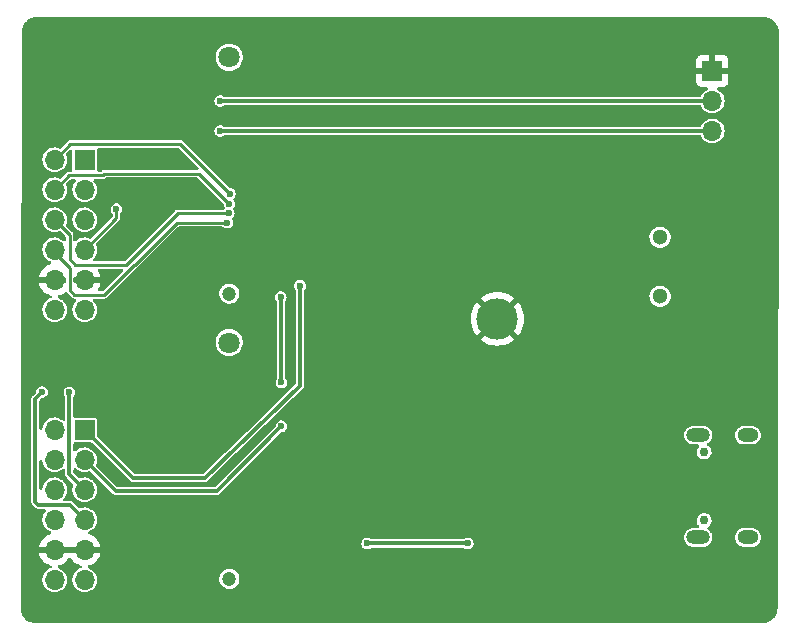
<source format=gbr>
%TF.GenerationSoftware,KiCad,Pcbnew,6.0.11-2627ca5db0~126~ubuntu22.04.1*%
%TF.CreationDate,2023-05-15T07:50:27+07:00*%
%TF.ProjectId,MiSTeX-Pmod,4d695354-6558-42d5-906d-6f642e6b6963,rev?*%
%TF.SameCoordinates,Original*%
%TF.FileFunction,Copper,L4,Bot*%
%TF.FilePolarity,Positive*%
%FSLAX46Y46*%
G04 Gerber Fmt 4.6, Leading zero omitted, Abs format (unit mm)*
G04 Created by KiCad (PCBNEW 6.0.11-2627ca5db0~126~ubuntu22.04.1) date 2023-05-15 07:50:27*
%MOMM*%
%LPD*%
G01*
G04 APERTURE LIST*
%TA.AperFunction,ComponentPad*%
%ADD10C,1.800000*%
%TD*%
%TA.AperFunction,ComponentPad*%
%ADD11C,1.200000*%
%TD*%
%TA.AperFunction,ComponentPad*%
%ADD12C,1.300000*%
%TD*%
%TA.AperFunction,ComponentPad*%
%ADD13C,0.750000*%
%TD*%
%TA.AperFunction,ComponentPad*%
%ADD14O,1.800000X1.200000*%
%TD*%
%TA.AperFunction,ComponentPad*%
%ADD15O,2.000000X1.200000*%
%TD*%
%TA.AperFunction,ComponentPad*%
%ADD16R,1.700000X1.700000*%
%TD*%
%TA.AperFunction,ComponentPad*%
%ADD17O,1.700000X1.700000*%
%TD*%
%TA.AperFunction,ConnectorPad*%
%ADD18C,3.500000*%
%TD*%
%TA.AperFunction,ComponentPad*%
%ADD19C,2.600000*%
%TD*%
%TA.AperFunction,ViaPad*%
%ADD20C,0.450000*%
%TD*%
%TA.AperFunction,ViaPad*%
%ADD21C,0.600000*%
%TD*%
%TA.AperFunction,ViaPad*%
%ADD22C,1.300000*%
%TD*%
%TA.AperFunction,Conductor*%
%ADD23C,0.300000*%
%TD*%
%TA.AperFunction,Conductor*%
%ADD24C,0.250000*%
%TD*%
G04 APERTURE END LIST*
D10*
%TO.P,CN2,*%
%TO.N,*%
X132120100Y-74182400D03*
D11*
X132120100Y-94182400D03*
%TD*%
D12*
%TO.P,J2,*%
%TO.N,*%
X168598600Y-89409400D03*
X168598600Y-94409400D03*
%TD*%
D13*
%TO.P,J5,*%
%TO.N,*%
X172329000Y-113394000D03*
X172329000Y-107594000D03*
D14*
%TO.P,J5,0*%
%TO.N,N/C*%
X176029000Y-106164000D03*
X176029000Y-114824000D03*
D15*
X171829000Y-106164000D03*
X171829000Y-114824000D03*
%TD*%
D16*
%TO.P,J1,1,Pin_1*%
%TO.N,/PC0_UART2_TX*%
X119875300Y-105714800D03*
D17*
%TO.P,J1,2,Pin_2*%
%TO.N,/PC1_UART2_RX*%
X119875300Y-108254800D03*
%TO.P,J1,3,Pin_3*%
%TO.N,/PB0_SCL*%
X119875300Y-110794800D03*
%TO.P,J1,4,Pin_4*%
%TO.N,/PB1_SDA*%
X119875300Y-113334800D03*
%TO.P,J1,5,Pin_5*%
%TO.N,GND*%
X119875300Y-115874800D03*
%TO.P,J1,6,Pin_6*%
%TO.N,unconnected-(J1-Pad6)*%
X119875300Y-118414800D03*
%TO.P,J1,7,Pin_7*%
%TO.N,/PG9_UART1_CTS*%
X117335300Y-105714800D03*
%TO.P,J1,8,Pin_8*%
%TO.N,/PG6_UART1_TX*%
X117335300Y-108254800D03*
%TO.P,J1,9,Pin_9*%
%TO.N,/PG7_UART1_RX*%
X117335300Y-110794800D03*
%TO.P,J1,10,Pin_10*%
%TO.N,/PG8_UART1_RTS*%
X117335300Y-113334800D03*
%TO.P,J1,11,Pin_11*%
%TO.N,GND*%
X117335300Y-115874800D03*
%TO.P,J1,12,Pin_12*%
%TO.N,unconnected-(J1-Pad12)*%
X117335300Y-118414800D03*
%TD*%
D16*
%TO.P,J3,1,Pin_1*%
%TO.N,GND*%
X173021100Y-75327400D03*
D17*
%TO.P,J3,2,Pin_2*%
%TO.N,/PB9_UART0_RX*%
X173021100Y-77867400D03*
%TO.P,J3,3,Pin_3*%
%TO.N,/PB8_UART0_TX*%
X173021100Y-80407400D03*
%TD*%
D16*
%TO.P,J4,1,Pin_1*%
%TO.N,Net-(J4-Pad1)*%
X119875300Y-82854800D03*
D17*
%TO.P,J4,2,Pin_2*%
%TO.N,Net-(J4-Pad2)*%
X119875300Y-85394800D03*
%TO.P,J4,3,Pin_3*%
%TO.N,Net-(J4-Pad3)*%
X119875300Y-87934800D03*
%TO.P,J4,4,Pin_4*%
%TO.N,Net-(J4-Pad4)*%
X119875300Y-90474800D03*
%TO.P,J4,5,Pin_5*%
%TO.N,GND*%
X119875300Y-93014800D03*
%TO.P,J4,6,Pin_6*%
%TO.N,unconnected-(J4-Pad6)*%
X119875300Y-95554800D03*
%TO.P,J4,7,Pin_7*%
%TO.N,/PD6_CORE_RESET*%
X117335300Y-82854800D03*
%TO.P,J4,8,Pin_8*%
%TO.N,/PD7_FPGA_EN*%
X117335300Y-85394800D03*
%TO.P,J4,9,Pin_9*%
%TO.N,/PD8_OSD_EN*%
X117335300Y-87934800D03*
%TO.P,J4,10,Pin_10*%
%TO.N,/PD9_IO_EN*%
X117335300Y-90474800D03*
%TO.P,J4,11,Pin_11*%
%TO.N,GND*%
X117335300Y-93014800D03*
%TO.P,J4,12,Pin_12*%
%TO.N,unconnected-(J4-Pad12)*%
X117335300Y-95554800D03*
%TD*%
D10*
%TO.P,CN1,*%
%TO.N,*%
X132120100Y-98332400D03*
D11*
X132120100Y-118332400D03*
%TD*%
D18*
%TO.P,H1,1,1*%
%TO.N,GND*%
X154820100Y-96322400D03*
D19*
X154820100Y-96322400D03*
%TD*%
D20*
%TO.N,GND*%
X137325100Y-95382400D03*
X133582600Y-95382400D03*
X122270100Y-103332400D03*
X124620100Y-97882400D03*
X140855700Y-97332400D03*
X150184427Y-90860800D03*
X155656972Y-90860800D03*
X124620100Y-106432400D03*
X163106100Y-92735400D03*
D21*
X160909000Y-94488000D03*
D20*
X148180136Y-92710000D03*
X124879100Y-74447400D03*
X155712388Y-92710000D03*
X125220100Y-95282400D03*
D21*
X135870100Y-87182400D03*
X135870100Y-88682400D03*
D20*
X134782600Y-97332400D03*
D21*
X162996100Y-98059400D03*
D20*
X124879100Y-83337400D03*
X159766000Y-91186000D03*
X132370100Y-95382400D03*
X124070100Y-98732400D03*
X156788424Y-92710000D03*
X124752100Y-108864400D03*
X143154758Y-95883000D03*
X122770100Y-107182400D03*
D22*
X130020100Y-98032400D03*
D20*
X124070100Y-100469900D03*
X159766000Y-92710000D03*
X161964100Y-92735400D03*
X144767300Y-91592400D03*
X122270100Y-99232400D03*
X124070100Y-103076150D03*
X125320100Y-97132400D03*
X144454758Y-94483000D03*
X156751481Y-90860800D03*
X145854758Y-93033000D03*
X124070100Y-101338650D03*
X137362600Y-97332400D03*
X124070100Y-99601150D03*
X147104100Y-92710000D03*
D22*
X162687000Y-88359400D03*
D21*
X135870100Y-81182400D03*
D20*
X124070100Y-105682400D03*
X153467954Y-90860800D03*
X124879100Y-84607400D03*
D21*
X128520100Y-100582400D03*
D20*
X124879100Y-82067400D03*
X141904758Y-97183000D03*
X150332208Y-92710000D03*
X124879100Y-75717400D03*
X124070100Y-104813650D03*
D21*
X132870100Y-116332400D03*
X161293400Y-113507800D03*
X135870100Y-82682400D03*
D22*
X130170100Y-94532400D03*
D20*
X134745100Y-95382400D03*
X128420100Y-84632400D03*
D21*
X169802500Y-113846800D03*
D20*
X124070100Y-102207400D03*
D21*
X160909000Y-89535000D03*
D20*
X149256172Y-92710000D03*
X138976100Y-97352400D03*
X143254758Y-92983000D03*
X122270100Y-98207400D03*
X143954758Y-92283000D03*
X124244100Y-95707200D03*
D21*
X128520100Y-102082400D03*
D20*
X142654758Y-93683000D03*
X122270100Y-104357400D03*
X122270100Y-101282400D03*
X149089918Y-90860800D03*
X152373445Y-90860800D03*
X141211300Y-95199200D03*
D21*
X128520100Y-105082400D03*
D22*
X130020100Y-73832400D03*
D20*
X143754758Y-95183000D03*
D21*
X135870100Y-84182400D03*
X132575300Y-103832400D03*
D20*
X142504758Y-96583000D03*
X145630900Y-90881200D03*
X154636352Y-92710000D03*
X147995409Y-90860800D03*
X122270100Y-106407400D03*
X133620100Y-97332400D03*
X131207600Y-95382400D03*
X153560316Y-92710000D03*
D21*
X128520100Y-103582400D03*
D20*
X152484280Y-92710000D03*
D22*
X130170100Y-118682400D03*
D20*
X122270100Y-105382400D03*
X151278936Y-90860800D03*
X129527300Y-97028000D03*
X124879100Y-80797400D03*
X124879100Y-79527400D03*
X123736100Y-108102400D03*
D21*
X135870100Y-85682400D03*
D20*
X135945100Y-97332400D03*
X138976100Y-95402400D03*
X130949700Y-97129600D03*
X129527300Y-95504000D03*
X142004758Y-94383000D03*
X125420100Y-106832400D03*
X123532900Y-96469200D03*
D21*
X169675500Y-107115800D03*
D20*
X146900900Y-90860800D03*
D21*
X173971100Y-82227400D03*
D20*
X124879100Y-76987400D03*
X124879100Y-78257400D03*
X139992100Y-95402400D03*
D21*
X159293400Y-120107800D03*
D20*
X122270100Y-100257400D03*
X124070100Y-103944900D03*
X161798000Y-91059000D03*
X154562463Y-90860800D03*
X139941300Y-97332400D03*
X145154758Y-93783000D03*
X151408244Y-92710000D03*
X122270100Y-102307400D03*
X122720100Y-97231200D03*
X162976100Y-90957400D03*
X135907600Y-95382400D03*
D21*
%TO.N,/RESET*%
X143802100Y-115341400D03*
X152311100Y-115341400D03*
%TO.N,/PD9_IO_EN*%
X131948530Y-88172605D03*
%TO.N,/PD8_OSD_EN*%
X132070100Y-87382400D03*
%TO.N,/PD7_FPGA_EN*%
X132128511Y-86573989D03*
%TO.N,/PD6_CORE_RESET*%
X132170100Y-85732400D03*
%TO.N,/PC0_UART2_TX*%
X138112500Y-93522800D03*
%TO.N,/PC1_UART2_RX*%
X136537700Y-101701600D03*
X136537700Y-105410000D03*
X136486900Y-94488000D03*
%TO.N,Net-(J4-Pad4)*%
X122567700Y-87020400D03*
%TO.N,/PB0_SCL*%
X118579900Y-102539800D03*
%TO.N,/PB1_SDA*%
X116268500Y-102514400D03*
%TO.N,/PB8_UART0_TX*%
X131356100Y-80416400D03*
%TO.N,/PB9_UART0_RX*%
X131356100Y-77876400D03*
%TD*%
D23*
%TO.N,/RESET*%
X143802100Y-115341400D02*
X152311100Y-115341400D01*
D24*
%TO.N,/PD9_IO_EN*%
X119011700Y-94284800D02*
X118605300Y-93878400D01*
X117335300Y-90779600D02*
X117335300Y-90474800D01*
X118605300Y-93878400D02*
X118605300Y-92049600D01*
X118605300Y-92049600D02*
X117335300Y-90779600D01*
X127680629Y-88172605D02*
X124108434Y-91744800D01*
X124108434Y-91744800D02*
X124091700Y-91744800D01*
X131948530Y-88172605D02*
X127680629Y-88172605D01*
X124091700Y-91744800D02*
X121551700Y-94284800D01*
X121551700Y-94284800D02*
X119011700Y-94284800D01*
%TO.N,/PD8_OSD_EN*%
X118605300Y-89204800D02*
X117335300Y-87934800D01*
X132070100Y-87382400D02*
X127742900Y-87382400D01*
X123380500Y-91744800D02*
X119062500Y-91744800D01*
X119062500Y-91744800D02*
X118605300Y-91287600D01*
X127742900Y-87382400D02*
X123380500Y-91744800D01*
X118605300Y-91287600D02*
X118605300Y-89204800D01*
%TO.N,/PD7_FPGA_EN*%
X132128511Y-86573989D02*
X129577722Y-84023200D01*
X121551700Y-84023200D02*
X121399300Y-84175600D01*
X118554500Y-84175600D02*
X117335300Y-85394800D01*
X129577722Y-84023200D02*
X121551700Y-84023200D01*
X121399300Y-84175600D02*
X118554500Y-84175600D01*
%TO.N,/PD6_CORE_RESET*%
X127951500Y-81513800D02*
X118676300Y-81513800D01*
X132170100Y-85732400D02*
X127951500Y-81513800D01*
X118676300Y-81513800D02*
X117335300Y-82854800D01*
D23*
%TO.N,/PC0_UART2_TX*%
X138087100Y-102006400D02*
X130086100Y-109778800D01*
X123939300Y-109778800D02*
X119875300Y-105714800D01*
X138087100Y-93548200D02*
X138112500Y-93522800D01*
X138087100Y-102006400D02*
X138087100Y-93548200D01*
X130086100Y-109778800D02*
X123939300Y-109778800D01*
%TO.N,/PC1_UART2_RX*%
X136537700Y-105410000D02*
X131051300Y-110896400D01*
X122516900Y-110896400D02*
X119875300Y-108254800D01*
X136537700Y-94538800D02*
X136486900Y-94488000D01*
X131051300Y-110896400D02*
X122516900Y-110896400D01*
X136537700Y-101701600D02*
X136537700Y-94538800D01*
D24*
%TO.N,Net-(J4-Pad4)*%
X122567700Y-87782400D02*
X119875300Y-90474800D01*
X122567700Y-87020400D02*
X122567700Y-87782400D01*
D23*
%TO.N,/PB0_SCL*%
X118579900Y-109499400D02*
X119875300Y-110794800D01*
X118579900Y-102539800D02*
X118579900Y-109499400D01*
%TO.N,/PB1_SDA*%
X115709700Y-103073200D02*
X115709700Y-111810800D01*
X115709700Y-111810800D02*
X115963700Y-112064800D01*
X116268500Y-102514400D02*
X115709700Y-103073200D01*
X118605300Y-112064800D02*
X119875300Y-113334800D01*
X115963700Y-112064800D02*
X118605300Y-112064800D01*
%TO.N,/PB8_UART0_TX*%
X131365100Y-80407400D02*
X173021100Y-80407400D01*
X131356100Y-80416400D02*
X131365100Y-80407400D01*
%TO.N,/PB9_UART0_RX*%
X131365100Y-77867400D02*
X173021100Y-77867400D01*
X131356100Y-77876400D02*
X131365100Y-77867400D01*
%TD*%
%TA.AperFunction,Conductor*%
%TO.N,GND*%
G36*
X177580185Y-70791394D02*
G01*
X177607623Y-70794431D01*
X177663714Y-70806973D01*
X177689245Y-70812682D01*
X177690489Y-70812966D01*
X177782349Y-70834486D01*
X177800213Y-70840101D01*
X177827699Y-70851044D01*
X177889047Y-70875469D01*
X177892511Y-70876909D01*
X177976272Y-70913183D01*
X177990739Y-70920591D01*
X178073664Y-70970052D01*
X178078947Y-70973384D01*
X178154068Y-71023407D01*
X178165087Y-71031646D01*
X178239405Y-71093828D01*
X178245913Y-71099669D01*
X178310701Y-71162022D01*
X178318448Y-71170175D01*
X178382052Y-71243405D01*
X178389048Y-71252228D01*
X178429506Y-71308212D01*
X178441702Y-71325089D01*
X178446583Y-71332362D01*
X178497745Y-71414652D01*
X178504360Y-71426714D01*
X178543373Y-71508100D01*
X178545930Y-71513792D01*
X178583297Y-71602835D01*
X178588607Y-71618196D01*
X178612802Y-71706227D01*
X178613730Y-71709814D01*
X178636310Y-71802721D01*
X178639370Y-71821221D01*
X178648010Y-71917546D01*
X178648111Y-71918739D01*
X178651649Y-71963128D01*
X178655227Y-72008033D01*
X178655625Y-72018329D01*
X178546027Y-119297574D01*
X178542574Y-120787024D01*
X178542291Y-120795165D01*
X178534788Y-120907021D01*
X178534712Y-120908094D01*
X178529285Y-120979826D01*
X178526616Y-120997773D01*
X178504310Y-121097682D01*
X178503600Y-121100684D01*
X178484672Y-121176354D01*
X178483771Y-121179957D01*
X178478903Y-121195218D01*
X178442325Y-121288874D01*
X178440276Y-121293811D01*
X178406707Y-121370051D01*
X178400418Y-121382433D01*
X178350354Y-121468859D01*
X178346416Y-121475216D01*
X178300138Y-121545178D01*
X178293213Y-121554654D01*
X178230749Y-121632261D01*
X178224450Y-121639502D01*
X178177810Y-121689162D01*
X178166910Y-121700768D01*
X178160078Y-121707508D01*
X178110349Y-121752952D01*
X178086541Y-121774708D01*
X178077507Y-121782221D01*
X178010582Y-121832793D01*
X178004481Y-121837125D01*
X177921363Y-121892502D01*
X177909401Y-121899552D01*
X177835426Y-121937826D01*
X177830634Y-121940178D01*
X177739431Y-121982563D01*
X177724508Y-121988375D01*
X177675619Y-122003917D01*
X177646720Y-122013104D01*
X177643654Y-122014036D01*
X177545368Y-122042549D01*
X177527648Y-122046332D01*
X177455573Y-122056353D01*
X177454825Y-122056454D01*
X177348320Y-122070342D01*
X177332030Y-122071400D01*
X115675055Y-122071400D01*
X115665169Y-122071012D01*
X115556737Y-122062478D01*
X115555870Y-122062406D01*
X115487606Y-122056434D01*
X115469189Y-122053434D01*
X115372625Y-122030251D01*
X115369429Y-122029439D01*
X115350721Y-122024426D01*
X115293941Y-122009212D01*
X115278361Y-122003924D01*
X115188356Y-121966643D01*
X115183365Y-121964446D01*
X115110884Y-121930647D01*
X115098301Y-121923886D01*
X115015882Y-121873380D01*
X115009454Y-121869165D01*
X114943454Y-121822951D01*
X114933907Y-121815561D01*
X114860601Y-121752951D01*
X114853338Y-121746236D01*
X114796264Y-121689162D01*
X114789548Y-121681898D01*
X114747147Y-121632253D01*
X114726939Y-121608593D01*
X114719549Y-121599046D01*
X114673335Y-121533046D01*
X114669120Y-121526618D01*
X114618614Y-121444199D01*
X114611853Y-121431616D01*
X114578054Y-121359135D01*
X114575857Y-121354144D01*
X114538576Y-121264139D01*
X114533288Y-121248559D01*
X114513061Y-121173071D01*
X114512249Y-121169875D01*
X114489066Y-121073311D01*
X114486066Y-121054894D01*
X114480094Y-120986630D01*
X114480022Y-120985763D01*
X114471488Y-120877331D01*
X114471100Y-120867445D01*
X114471100Y-119582596D01*
X114472269Y-119017480D01*
X114478217Y-116142766D01*
X116003557Y-116142766D01*
X116033865Y-116277246D01*
X116036945Y-116287075D01*
X116117070Y-116484403D01*
X116121713Y-116493594D01*
X116232994Y-116675188D01*
X116239077Y-116683499D01*
X116378513Y-116844467D01*
X116385880Y-116851683D01*
X116549734Y-116987716D01*
X116558181Y-116993631D01*
X116742056Y-117101079D01*
X116751342Y-117105529D01*
X116950301Y-117181503D01*
X116960210Y-117184382D01*
X116977722Y-117187945D01*
X117040488Y-117221126D01*
X117075350Y-117282974D01*
X117071241Y-117353851D01*
X117029464Y-117411256D01*
X116988183Y-117432286D01*
X116943636Y-117445397D01*
X116762803Y-117539934D01*
X116758003Y-117543794D01*
X116758002Y-117543794D01*
X116720746Y-117573749D01*
X116603777Y-117667794D01*
X116472615Y-117824107D01*
X116469651Y-117829499D01*
X116469648Y-117829503D01*
X116417084Y-117925117D01*
X116374312Y-118002920D01*
X116312612Y-118197421D01*
X116289867Y-118400202D01*
X116291093Y-118414800D01*
X116302928Y-118555733D01*
X116306942Y-118603539D01*
X116363186Y-118799687D01*
X116456458Y-118981175D01*
X116583205Y-119141090D01*
X116738599Y-119273340D01*
X116743977Y-119276346D01*
X116743979Y-119276347D01*
X116786931Y-119300352D01*
X116916721Y-119372889D01*
X117110787Y-119435945D01*
X117313404Y-119460106D01*
X117319539Y-119459634D01*
X117319541Y-119459634D01*
X117510713Y-119444924D01*
X117510717Y-119444923D01*
X117516855Y-119444451D01*
X117713391Y-119389577D01*
X117895526Y-119297574D01*
X117922696Y-119276347D01*
X118051465Y-119175741D01*
X118056321Y-119171947D01*
X118060347Y-119167283D01*
X118185625Y-119022148D01*
X118185626Y-119022146D01*
X118189654Y-119017480D01*
X118290444Y-118840057D01*
X118354853Y-118646437D01*
X118380427Y-118443993D01*
X118380835Y-118414800D01*
X118360923Y-118211721D01*
X118301945Y-118016378D01*
X118206148Y-117836210D01*
X118202250Y-117831431D01*
X118202247Y-117831426D01*
X118109799Y-117718074D01*
X118077181Y-117678080D01*
X117980067Y-117597740D01*
X117924705Y-117551940D01*
X117924700Y-117551937D01*
X117919956Y-117548012D01*
X117914537Y-117545082D01*
X117914534Y-117545080D01*
X117745881Y-117453890D01*
X117745876Y-117453888D01*
X117740461Y-117450960D01*
X117676310Y-117431102D01*
X117617151Y-117391850D01*
X117588604Y-117326846D01*
X117599733Y-117256727D01*
X117647004Y-117203756D01*
X117677363Y-117190051D01*
X117827552Y-117144992D01*
X117837142Y-117141233D01*
X118028395Y-117047539D01*
X118037245Y-117042264D01*
X118210628Y-116918592D01*
X118218500Y-116911939D01*
X118369352Y-116761612D01*
X118376030Y-116753765D01*
X118503322Y-116576619D01*
X118504447Y-116577427D01*
X118551969Y-116533676D01*
X118621907Y-116521461D01*
X118687346Y-116548997D01*
X118715170Y-116580828D01*
X118772990Y-116675183D01*
X118779077Y-116683499D01*
X118918513Y-116844467D01*
X118925880Y-116851683D01*
X119089734Y-116987716D01*
X119098181Y-116993631D01*
X119282056Y-117101079D01*
X119291342Y-117105529D01*
X119490301Y-117181503D01*
X119500210Y-117184382D01*
X119517722Y-117187945D01*
X119580488Y-117221126D01*
X119615350Y-117282974D01*
X119611241Y-117353851D01*
X119569464Y-117411256D01*
X119528183Y-117432286D01*
X119483636Y-117445397D01*
X119302803Y-117539934D01*
X119298003Y-117543794D01*
X119298002Y-117543794D01*
X119260746Y-117573749D01*
X119143777Y-117667794D01*
X119012615Y-117824107D01*
X119009651Y-117829499D01*
X119009648Y-117829503D01*
X118957084Y-117925117D01*
X118914312Y-118002920D01*
X118852612Y-118197421D01*
X118829867Y-118400202D01*
X118831093Y-118414800D01*
X118842928Y-118555733D01*
X118846942Y-118603539D01*
X118903186Y-118799687D01*
X118996458Y-118981175D01*
X119123205Y-119141090D01*
X119278599Y-119273340D01*
X119283977Y-119276346D01*
X119283979Y-119276347D01*
X119326931Y-119300352D01*
X119456721Y-119372889D01*
X119650787Y-119435945D01*
X119853404Y-119460106D01*
X119859539Y-119459634D01*
X119859541Y-119459634D01*
X120050713Y-119444924D01*
X120050717Y-119444923D01*
X120056855Y-119444451D01*
X120253391Y-119389577D01*
X120435526Y-119297574D01*
X120462696Y-119276347D01*
X120591465Y-119175741D01*
X120596321Y-119171947D01*
X120600347Y-119167283D01*
X120725625Y-119022148D01*
X120725626Y-119022146D01*
X120729654Y-119017480D01*
X120830444Y-118840057D01*
X120894853Y-118646437D01*
X120920427Y-118443993D01*
X120920835Y-118414800D01*
X120908073Y-118284644D01*
X131265919Y-118284644D01*
X131266276Y-118291461D01*
X131266276Y-118291465D01*
X131271654Y-118394077D01*
X131275590Y-118469181D01*
X131277401Y-118475754D01*
X131277401Y-118475757D01*
X131312598Y-118603539D01*
X131324662Y-118647336D01*
X131410846Y-118810798D01*
X131530120Y-118951940D01*
X131535544Y-118956087D01*
X131535545Y-118956088D01*
X131671499Y-119060033D01*
X131671503Y-119060036D01*
X131676920Y-119064177D01*
X131683100Y-119067059D01*
X131683102Y-119067060D01*
X131838220Y-119139393D01*
X131838223Y-119139394D01*
X131844397Y-119142273D01*
X131851042Y-119143758D01*
X131851047Y-119143760D01*
X131956287Y-119167283D01*
X132024737Y-119182583D01*
X132030407Y-119182900D01*
X132166264Y-119182900D01*
X132303809Y-119167958D01*
X132478948Y-119109017D01*
X132637344Y-119013843D01*
X132666784Y-118986003D01*
X132766649Y-118891565D01*
X132766651Y-118891563D01*
X132771607Y-118886876D01*
X132875475Y-118734040D01*
X132907739Y-118653375D01*
X132941566Y-118568802D01*
X132941567Y-118568797D01*
X132944100Y-118562465D01*
X132969126Y-118411294D01*
X132973166Y-118386894D01*
X132973166Y-118386890D01*
X132974281Y-118380156D01*
X132968923Y-118277906D01*
X132964967Y-118202432D01*
X132964610Y-118195619D01*
X132938916Y-118102335D01*
X132917351Y-118024046D01*
X132915538Y-118017464D01*
X132829354Y-117854002D01*
X132710080Y-117712860D01*
X132659456Y-117674155D01*
X132568701Y-117604767D01*
X132568697Y-117604764D01*
X132563280Y-117600623D01*
X132557100Y-117597741D01*
X132557098Y-117597740D01*
X132401980Y-117525407D01*
X132401977Y-117525406D01*
X132395803Y-117522527D01*
X132389158Y-117521042D01*
X132389153Y-117521040D01*
X132249229Y-117489765D01*
X132215463Y-117482217D01*
X132209793Y-117481900D01*
X132073936Y-117481900D01*
X131936391Y-117496842D01*
X131761252Y-117555783D01*
X131602856Y-117650957D01*
X131597896Y-117655648D01*
X131597894Y-117655649D01*
X131537396Y-117712860D01*
X131468593Y-117777924D01*
X131364725Y-117930760D01*
X131362192Y-117937094D01*
X131362190Y-117937097D01*
X131298634Y-118095998D01*
X131298633Y-118096003D01*
X131296100Y-118102335D01*
X131265919Y-118284644D01*
X120908073Y-118284644D01*
X120900923Y-118211721D01*
X120841945Y-118016378D01*
X120746148Y-117836210D01*
X120742250Y-117831431D01*
X120742247Y-117831426D01*
X120649799Y-117718074D01*
X120617181Y-117678080D01*
X120520067Y-117597740D01*
X120464705Y-117551940D01*
X120464700Y-117551937D01*
X120459956Y-117548012D01*
X120454537Y-117545082D01*
X120454534Y-117545080D01*
X120285881Y-117453890D01*
X120285876Y-117453888D01*
X120280461Y-117450960D01*
X120216310Y-117431102D01*
X120157151Y-117391850D01*
X120128604Y-117326846D01*
X120139733Y-117256727D01*
X120187004Y-117203756D01*
X120217363Y-117190051D01*
X120367552Y-117144992D01*
X120377142Y-117141233D01*
X120568395Y-117047539D01*
X120577245Y-117042264D01*
X120750628Y-116918592D01*
X120758500Y-116911939D01*
X120909352Y-116761612D01*
X120916030Y-116753765D01*
X121040303Y-116580820D01*
X121045613Y-116571983D01*
X121139970Y-116381067D01*
X121143769Y-116371472D01*
X121205677Y-116167710D01*
X121207855Y-116157637D01*
X121209286Y-116146762D01*
X121207075Y-116132578D01*
X121193917Y-116128800D01*
X116018525Y-116128800D01*
X116004994Y-116132773D01*
X116003557Y-116142766D01*
X114478217Y-116142766D01*
X114487118Y-111840934D01*
X115365263Y-111840934D01*
X115375532Y-111879260D01*
X115377907Y-111889975D01*
X115384798Y-111929054D01*
X115390312Y-111938603D01*
X115391733Y-111942508D01*
X115393487Y-111946270D01*
X115396341Y-111956922D01*
X115402664Y-111965952D01*
X115402665Y-111965954D01*
X115419100Y-111989425D01*
X115425006Y-111998696D01*
X115439325Y-112023498D01*
X115439327Y-112023500D01*
X115444838Y-112033046D01*
X115453285Y-112040134D01*
X115475230Y-112058548D01*
X115483334Y-112065974D01*
X115708521Y-112291161D01*
X115715948Y-112299265D01*
X115741454Y-112329662D01*
X115750997Y-112335172D01*
X115751001Y-112335175D01*
X115775817Y-112349502D01*
X115785083Y-112355406D01*
X115817578Y-112378158D01*
X115828227Y-112381011D01*
X115832004Y-112382773D01*
X115835900Y-112384191D01*
X115845446Y-112389702D01*
X115884530Y-112396593D01*
X115895248Y-112398969D01*
X115933566Y-112409237D01*
X115973093Y-112405779D01*
X115984074Y-112405300D01*
X116486700Y-112405300D01*
X116554821Y-112425302D01*
X116601314Y-112478958D01*
X116611418Y-112549232D01*
X116583222Y-112612290D01*
X116472615Y-112744107D01*
X116469651Y-112749499D01*
X116469648Y-112749503D01*
X116449445Y-112786253D01*
X116374312Y-112922920D01*
X116372451Y-112928787D01*
X116372450Y-112928789D01*
X116371769Y-112930936D01*
X116312612Y-113117421D01*
X116289867Y-113320202D01*
X116291093Y-113334800D01*
X116305985Y-113512138D01*
X116306942Y-113523539D01*
X116308641Y-113529464D01*
X116325663Y-113588826D01*
X116363186Y-113719687D01*
X116456458Y-113901175D01*
X116583205Y-114061090D01*
X116738599Y-114193340D01*
X116743977Y-114196346D01*
X116743979Y-114196347D01*
X116786931Y-114220352D01*
X116916721Y-114292889D01*
X116993871Y-114317957D01*
X117052476Y-114358029D01*
X117080113Y-114423426D01*
X117068006Y-114493383D01*
X117020000Y-114545689D01*
X116994079Y-114557554D01*
X116812168Y-114617012D01*
X116802659Y-114621009D01*
X116613763Y-114719342D01*
X116605038Y-114724836D01*
X116434733Y-114852705D01*
X116427026Y-114859548D01*
X116279890Y-115013517D01*
X116273404Y-115021527D01*
X116153398Y-115197449D01*
X116148300Y-115206423D01*
X116058638Y-115399583D01*
X116055075Y-115409270D01*
X115999689Y-115608983D01*
X116001212Y-115617407D01*
X116013592Y-115620800D01*
X121193644Y-115620800D01*
X121207175Y-115616827D01*
X121208480Y-115607747D01*
X121166514Y-115440675D01*
X121163194Y-115430924D01*
X121121636Y-115335346D01*
X143306593Y-115335346D01*
X143307757Y-115344248D01*
X143307757Y-115344251D01*
X143321250Y-115447430D01*
X143324811Y-115474662D01*
X143381397Y-115603264D01*
X143387174Y-115610137D01*
X143387175Y-115610138D01*
X143448281Y-115682832D01*
X143471804Y-115710816D01*
X143588763Y-115788671D01*
X143722872Y-115830569D01*
X143731842Y-115830733D01*
X143731846Y-115830734D01*
X143796644Y-115831921D01*
X143863350Y-115833144D01*
X143920724Y-115817502D01*
X143990245Y-115798549D01*
X143990247Y-115798548D01*
X143998904Y-115796188D01*
X144118638Y-115722671D01*
X144124666Y-115716012D01*
X144130754Y-115710957D01*
X144195943Y-115682832D01*
X144211241Y-115681900D01*
X151902258Y-115681900D01*
X151970379Y-115701902D01*
X151978513Y-115708091D01*
X151980804Y-115710816D01*
X152097763Y-115788671D01*
X152231872Y-115830569D01*
X152240842Y-115830733D01*
X152240846Y-115830734D01*
X152305644Y-115831921D01*
X152372350Y-115833144D01*
X152429724Y-115817502D01*
X152499245Y-115798549D01*
X152499247Y-115798548D01*
X152507904Y-115796188D01*
X152627638Y-115722671D01*
X152721925Y-115618505D01*
X152761637Y-115536540D01*
X152779272Y-115500141D01*
X152779272Y-115500140D01*
X152783186Y-115492062D01*
X152806496Y-115353507D01*
X152806644Y-115341400D01*
X152786726Y-115202317D01*
X152728572Y-115074415D01*
X152636858Y-114967976D01*
X152629327Y-114963095D01*
X152629324Y-114963092D01*
X152526488Y-114896437D01*
X152526486Y-114896436D01*
X152518957Y-114891556D01*
X152510360Y-114888985D01*
X152510358Y-114888984D01*
X152411929Y-114859548D01*
X152384346Y-114851299D01*
X152375370Y-114851244D01*
X152375369Y-114851244D01*
X152316115Y-114850882D01*
X152243847Y-114850441D01*
X152108754Y-114889051D01*
X151989928Y-114964024D01*
X151983986Y-114970752D01*
X151983865Y-114970855D01*
X151919025Y-114999772D01*
X151902203Y-115000900D01*
X144210899Y-115000900D01*
X144142778Y-114980898D01*
X144132045Y-114972835D01*
X144127858Y-114967976D01*
X144114371Y-114959234D01*
X144017488Y-114896437D01*
X144017486Y-114896436D01*
X144009957Y-114891556D01*
X144001360Y-114888985D01*
X144001358Y-114888984D01*
X143902929Y-114859548D01*
X143875346Y-114851299D01*
X143866370Y-114851244D01*
X143866369Y-114851244D01*
X143807115Y-114850882D01*
X143734847Y-114850441D01*
X143599754Y-114889051D01*
X143480928Y-114964024D01*
X143474986Y-114970752D01*
X143474985Y-114970753D01*
X143434424Y-115016680D01*
X143387921Y-115069335D01*
X143328209Y-115196517D01*
X143326829Y-115205381D01*
X143326828Y-115205384D01*
X143308599Y-115322465D01*
X143306593Y-115335346D01*
X121121636Y-115335346D01*
X121078272Y-115235614D01*
X121073405Y-115226539D01*
X120957726Y-115047726D01*
X120951436Y-115039557D01*
X120808106Y-114882040D01*
X120800573Y-114875015D01*
X120728943Y-114818446D01*
X170633517Y-114818446D01*
X170634253Y-114825449D01*
X170634253Y-114825450D01*
X170650592Y-114980898D01*
X170652055Y-114994822D01*
X170709208Y-115162708D01*
X170712898Y-115168706D01*
X170712899Y-115168708D01*
X170754060Y-115235614D01*
X170802136Y-115313760D01*
X170807063Y-115318791D01*
X170807065Y-115318794D01*
X170864177Y-115377115D01*
X170926219Y-115440470D01*
X171075292Y-115536540D01*
X171081912Y-115538950D01*
X171081913Y-115538950D01*
X171235327Y-115594789D01*
X171235330Y-115594790D01*
X171241944Y-115597197D01*
X171289971Y-115603264D01*
X171374987Y-115614004D01*
X171374990Y-115614004D01*
X171378915Y-115614500D01*
X172273593Y-115614500D01*
X172373763Y-115603264D01*
X172398245Y-115600518D01*
X172398246Y-115600518D01*
X172405242Y-115599733D01*
X172411888Y-115597419D01*
X172411891Y-115597418D01*
X172566078Y-115543725D01*
X172566080Y-115543724D01*
X172572725Y-115541410D01*
X172586626Y-115532724D01*
X172717150Y-115451163D01*
X172723124Y-115447430D01*
X172729927Y-115440675D01*
X172843967Y-115327428D01*
X172848965Y-115322465D01*
X172928434Y-115197241D01*
X172940221Y-115178668D01*
X172940223Y-115178665D01*
X172943992Y-115172725D01*
X172976090Y-115082585D01*
X173001122Y-115012288D01*
X173001123Y-115012286D01*
X173003484Y-115005654D01*
X173005611Y-114987822D01*
X173023649Y-114836547D01*
X173024483Y-114829554D01*
X173023747Y-114822550D01*
X173023316Y-114818446D01*
X174933517Y-114818446D01*
X174934253Y-114825449D01*
X174934253Y-114825450D01*
X174950592Y-114980898D01*
X174952055Y-114994822D01*
X175009208Y-115162708D01*
X175012898Y-115168706D01*
X175012899Y-115168708D01*
X175054060Y-115235614D01*
X175102136Y-115313760D01*
X175107063Y-115318791D01*
X175107065Y-115318794D01*
X175164177Y-115377115D01*
X175226219Y-115440470D01*
X175375292Y-115536540D01*
X175381912Y-115538950D01*
X175381913Y-115538950D01*
X175535327Y-115594789D01*
X175535330Y-115594790D01*
X175541944Y-115597197D01*
X175589971Y-115603264D01*
X175674987Y-115614004D01*
X175674990Y-115614004D01*
X175678915Y-115614500D01*
X176373593Y-115614500D01*
X176473763Y-115603264D01*
X176498245Y-115600518D01*
X176498246Y-115600518D01*
X176505242Y-115599733D01*
X176511888Y-115597419D01*
X176511891Y-115597418D01*
X176666078Y-115543725D01*
X176666080Y-115543724D01*
X176672725Y-115541410D01*
X176686626Y-115532724D01*
X176817150Y-115451163D01*
X176823124Y-115447430D01*
X176829927Y-115440675D01*
X176943967Y-115327428D01*
X176948965Y-115322465D01*
X177028434Y-115197241D01*
X177040221Y-115178668D01*
X177040223Y-115178665D01*
X177043992Y-115172725D01*
X177076090Y-115082585D01*
X177101122Y-115012288D01*
X177101123Y-115012286D01*
X177103484Y-115005654D01*
X177105611Y-114987822D01*
X177123649Y-114836547D01*
X177124483Y-114829554D01*
X177123747Y-114822550D01*
X177106681Y-114660178D01*
X177106680Y-114660176D01*
X177105945Y-114653178D01*
X177061598Y-114522909D01*
X177051063Y-114491962D01*
X177051062Y-114491959D01*
X177048792Y-114485292D01*
X177042630Y-114475275D01*
X176959555Y-114340240D01*
X176955864Y-114334240D01*
X176950937Y-114329209D01*
X176950935Y-114329206D01*
X176844337Y-114220352D01*
X176831781Y-114207530D01*
X176682708Y-114111460D01*
X176639521Y-114095741D01*
X176522673Y-114053211D01*
X176522670Y-114053210D01*
X176516056Y-114050803D01*
X176459644Y-114043677D01*
X176383013Y-114033996D01*
X176383010Y-114033996D01*
X176379085Y-114033500D01*
X175684407Y-114033500D01*
X175592414Y-114043819D01*
X175559755Y-114047482D01*
X175559754Y-114047482D01*
X175552758Y-114048267D01*
X175546112Y-114050581D01*
X175546109Y-114050582D01*
X175391922Y-114104275D01*
X175391920Y-114104276D01*
X175385275Y-114106590D01*
X175379305Y-114110321D01*
X175379304Y-114110321D01*
X175314718Y-114150679D01*
X175234876Y-114200570D01*
X175109035Y-114325535D01*
X175074404Y-114380106D01*
X175017779Y-114469332D01*
X175017777Y-114469335D01*
X175014008Y-114475275D01*
X175011646Y-114481907D01*
X175011646Y-114481908D01*
X174984781Y-114557354D01*
X174954516Y-114642346D01*
X174953683Y-114649334D01*
X174953682Y-114649337D01*
X174943191Y-114737317D01*
X174933517Y-114818446D01*
X173023316Y-114818446D01*
X173006681Y-114660178D01*
X173006680Y-114660176D01*
X173005945Y-114653178D01*
X172961598Y-114522909D01*
X172951063Y-114491962D01*
X172951062Y-114491959D01*
X172948792Y-114485292D01*
X172942630Y-114475275D01*
X172859555Y-114340240D01*
X172855864Y-114334240D01*
X172850937Y-114329209D01*
X172850935Y-114329206D01*
X172744337Y-114220352D01*
X172731781Y-114207530D01*
X172725861Y-114203715D01*
X172725855Y-114203710D01*
X172643567Y-114150679D01*
X172597142Y-114096965D01*
X172587127Y-114026678D01*
X172616702Y-113962135D01*
X172637761Y-113942832D01*
X172638703Y-113942148D01*
X172760587Y-113853594D01*
X172803844Y-113801305D01*
X172856271Y-113737932D01*
X172856274Y-113737928D01*
X172861324Y-113731823D01*
X172928614Y-113588826D01*
X172958227Y-113433588D01*
X172948304Y-113275862D01*
X172936546Y-113239675D01*
X172901916Y-113133095D01*
X172901915Y-113133092D01*
X172899467Y-113125559D01*
X172814786Y-112992123D01*
X172699582Y-112883938D01*
X172561092Y-112807803D01*
X172408019Y-112768500D01*
X172289650Y-112768500D01*
X172285725Y-112768996D01*
X172285722Y-112768996D01*
X172180067Y-112782343D01*
X172180065Y-112782343D01*
X172172208Y-112783336D01*
X172164840Y-112786253D01*
X172164841Y-112786253D01*
X172032637Y-112838596D01*
X172032634Y-112838597D01*
X172025268Y-112841514D01*
X171897413Y-112934406D01*
X171892360Y-112940514D01*
X171801729Y-113050068D01*
X171801726Y-113050072D01*
X171796676Y-113056177D01*
X171729386Y-113199174D01*
X171699773Y-113354412D01*
X171709696Y-113512138D01*
X171715326Y-113529464D01*
X171732085Y-113581042D01*
X171758533Y-113662441D01*
X171843214Y-113795877D01*
X171848993Y-113801304D01*
X171848994Y-113801305D01*
X171864270Y-113815650D01*
X171900236Y-113876863D01*
X171897397Y-113947803D01*
X171856657Y-114005947D01*
X171790949Y-114032835D01*
X171778017Y-114033500D01*
X171384407Y-114033500D01*
X171292414Y-114043819D01*
X171259755Y-114047482D01*
X171259754Y-114047482D01*
X171252758Y-114048267D01*
X171246112Y-114050581D01*
X171246109Y-114050582D01*
X171091922Y-114104275D01*
X171091920Y-114104276D01*
X171085275Y-114106590D01*
X171079305Y-114110321D01*
X171079304Y-114110321D01*
X171014718Y-114150679D01*
X170934876Y-114200570D01*
X170809035Y-114325535D01*
X170774404Y-114380106D01*
X170717779Y-114469332D01*
X170717777Y-114469335D01*
X170714008Y-114475275D01*
X170711646Y-114481907D01*
X170711646Y-114481908D01*
X170684781Y-114557354D01*
X170654516Y-114642346D01*
X170653683Y-114649334D01*
X170653682Y-114649337D01*
X170643191Y-114737317D01*
X170633517Y-114818446D01*
X120728943Y-114818446D01*
X120633439Y-114743022D01*
X120624852Y-114737317D01*
X120438417Y-114634399D01*
X120429005Y-114630169D01*
X120223384Y-114557354D01*
X120223954Y-114555745D01*
X120169654Y-114522909D01*
X120138409Y-114459158D01*
X120146590Y-114388634D01*
X120191600Y-114333729D01*
X120228702Y-114316470D01*
X120253391Y-114309577D01*
X120435526Y-114217574D01*
X120441939Y-114212564D01*
X120591465Y-114095741D01*
X120596321Y-114091947D01*
X120631836Y-114050803D01*
X120725625Y-113942148D01*
X120725626Y-113942146D01*
X120729654Y-113937480D01*
X120830444Y-113760057D01*
X120894853Y-113566437D01*
X120920427Y-113363993D01*
X120920835Y-113334800D01*
X120900923Y-113131721D01*
X120841945Y-112936378D01*
X120746148Y-112756210D01*
X120742250Y-112751431D01*
X120742247Y-112751426D01*
X120627666Y-112610936D01*
X120617181Y-112598080D01*
X120553628Y-112545504D01*
X120464705Y-112471940D01*
X120464700Y-112471937D01*
X120459956Y-112468012D01*
X120454537Y-112465082D01*
X120454534Y-112465080D01*
X120285881Y-112373890D01*
X120285876Y-112373888D01*
X120280461Y-112370960D01*
X120220016Y-112352249D01*
X120091421Y-112312442D01*
X120091418Y-112312441D01*
X120085534Y-112310620D01*
X120079409Y-112309976D01*
X120079408Y-112309976D01*
X119888727Y-112289934D01*
X119888726Y-112289934D01*
X119882599Y-112289290D01*
X119754767Y-112300924D01*
X119685527Y-112307225D01*
X119685526Y-112307225D01*
X119679386Y-112307784D01*
X119673472Y-112309525D01*
X119673470Y-112309525D01*
X119483636Y-112365397D01*
X119483011Y-112363273D01*
X119422276Y-112369278D01*
X119356611Y-112334571D01*
X118860479Y-111838439D01*
X118853052Y-111830335D01*
X118834632Y-111808383D01*
X118827546Y-111799938D01*
X118818000Y-111794427D01*
X118817998Y-111794425D01*
X118793196Y-111780106D01*
X118783925Y-111774200D01*
X118760454Y-111757765D01*
X118760452Y-111757764D01*
X118751422Y-111751441D01*
X118740770Y-111748587D01*
X118737008Y-111746833D01*
X118733103Y-111745412D01*
X118723554Y-111739898D01*
X118684475Y-111733007D01*
X118673760Y-111730632D01*
X118635434Y-111720363D01*
X118624459Y-111721323D01*
X118624458Y-111721323D01*
X118595907Y-111723821D01*
X118584926Y-111724300D01*
X118182758Y-111724300D01*
X118114637Y-111704298D01*
X118068144Y-111650642D01*
X118058040Y-111580368D01*
X118087377Y-111515969D01*
X118185625Y-111402148D01*
X118185626Y-111402146D01*
X118189654Y-111397480D01*
X118290444Y-111220057D01*
X118354853Y-111026437D01*
X118380427Y-110823993D01*
X118380835Y-110794800D01*
X118360923Y-110591721D01*
X118301945Y-110396378D01*
X118206148Y-110216210D01*
X118202250Y-110211431D01*
X118202247Y-110211426D01*
X118134250Y-110128054D01*
X118077181Y-110058080D01*
X118013213Y-110005161D01*
X117924705Y-109931940D01*
X117924700Y-109931937D01*
X117919956Y-109928012D01*
X117914537Y-109925082D01*
X117914534Y-109925080D01*
X117745881Y-109833890D01*
X117745876Y-109833888D01*
X117740461Y-109830960D01*
X117715628Y-109823273D01*
X117551421Y-109772442D01*
X117551418Y-109772441D01*
X117545534Y-109770620D01*
X117539409Y-109769976D01*
X117539408Y-109769976D01*
X117348727Y-109749934D01*
X117348726Y-109749934D01*
X117342599Y-109749290D01*
X117214767Y-109760924D01*
X117145527Y-109767225D01*
X117145526Y-109767225D01*
X117139386Y-109767784D01*
X117133472Y-109769525D01*
X117133470Y-109769525D01*
X117001462Y-109808378D01*
X116943636Y-109825397D01*
X116762803Y-109919934D01*
X116758003Y-109923794D01*
X116758002Y-109923794D01*
X116720745Y-109953749D01*
X116603777Y-110047794D01*
X116472615Y-110204107D01*
X116469651Y-110209499D01*
X116469648Y-110209503D01*
X116432293Y-110277453D01*
X116374312Y-110382920D01*
X116312612Y-110577421D01*
X116311926Y-110583539D01*
X116301415Y-110677247D01*
X116273944Y-110742713D01*
X116215441Y-110782936D01*
X116144478Y-110785144D01*
X116083587Y-110748636D01*
X116052100Y-110685003D01*
X116050200Y-110663202D01*
X116050200Y-108392350D01*
X116070202Y-108324229D01*
X116123858Y-108277736D01*
X116194132Y-108267632D01*
X116258712Y-108297126D01*
X116297096Y-108356852D01*
X116301758Y-108381806D01*
X116306942Y-108443539D01*
X116363186Y-108639687D01*
X116456458Y-108821175D01*
X116583205Y-108981090D01*
X116738599Y-109113340D01*
X116743977Y-109116346D01*
X116743979Y-109116347D01*
X116786931Y-109140352D01*
X116916721Y-109212889D01*
X117110787Y-109275945D01*
X117313404Y-109300106D01*
X117319539Y-109299634D01*
X117319541Y-109299634D01*
X117510713Y-109284924D01*
X117510717Y-109284923D01*
X117516855Y-109284451D01*
X117713391Y-109229577D01*
X117895526Y-109137574D01*
X117908743Y-109127248D01*
X118035827Y-109027959D01*
X118101821Y-109001781D01*
X118171492Y-109015439D01*
X118222719Y-109064595D01*
X118239400Y-109127248D01*
X118239400Y-109479040D01*
X118238920Y-109490022D01*
X118235463Y-109529534D01*
X118245732Y-109567860D01*
X118248107Y-109578575D01*
X118254998Y-109617654D01*
X118260512Y-109627203D01*
X118261933Y-109631108D01*
X118263687Y-109634870D01*
X118266541Y-109645522D01*
X118272864Y-109654552D01*
X118272865Y-109654554D01*
X118289300Y-109678025D01*
X118295206Y-109687296D01*
X118309525Y-109712098D01*
X118309527Y-109712100D01*
X118315038Y-109721646D01*
X118323485Y-109728734D01*
X118345430Y-109747148D01*
X118353534Y-109754574D01*
X118876413Y-110277453D01*
X118910439Y-110339765D01*
X118907420Y-110404646D01*
X118852612Y-110577421D01*
X118829867Y-110780202D01*
X118833019Y-110817736D01*
X118839663Y-110896852D01*
X118846942Y-110983539D01*
X118848641Y-110989464D01*
X118899484Y-111166775D01*
X118903186Y-111179687D01*
X118996458Y-111361175D01*
X119123205Y-111521090D01*
X119278599Y-111653340D01*
X119283977Y-111656346D01*
X119283979Y-111656347D01*
X119326931Y-111680352D01*
X119456721Y-111752889D01*
X119650787Y-111815945D01*
X119853404Y-111840106D01*
X119859539Y-111839634D01*
X119859541Y-111839634D01*
X120050713Y-111824924D01*
X120050717Y-111824923D01*
X120056855Y-111824451D01*
X120253391Y-111769577D01*
X120435526Y-111677574D01*
X120445528Y-111669760D01*
X120591465Y-111555741D01*
X120596321Y-111551947D01*
X120729654Y-111397480D01*
X120830444Y-111220057D01*
X120894853Y-111026437D01*
X120920427Y-110823993D01*
X120920835Y-110794800D01*
X120900923Y-110591721D01*
X120841945Y-110396378D01*
X120746148Y-110216210D01*
X120742250Y-110211431D01*
X120742247Y-110211426D01*
X120674250Y-110128054D01*
X120617181Y-110058080D01*
X120553213Y-110005161D01*
X120464705Y-109931940D01*
X120464700Y-109931937D01*
X120459956Y-109928012D01*
X120454537Y-109925082D01*
X120454534Y-109925080D01*
X120285881Y-109833890D01*
X120285876Y-109833888D01*
X120280461Y-109830960D01*
X120255628Y-109823273D01*
X120091421Y-109772442D01*
X120091418Y-109772441D01*
X120085534Y-109770620D01*
X120079409Y-109769976D01*
X120079408Y-109769976D01*
X119888727Y-109749934D01*
X119888726Y-109749934D01*
X119882599Y-109749290D01*
X119754767Y-109760924D01*
X119685527Y-109767225D01*
X119685526Y-109767225D01*
X119679386Y-109767784D01*
X119673472Y-109769525D01*
X119673470Y-109769525D01*
X119483636Y-109825397D01*
X119483011Y-109823273D01*
X119422276Y-109829278D01*
X119356611Y-109794571D01*
X118957305Y-109395265D01*
X118923279Y-109332953D01*
X118920400Y-109306170D01*
X118920400Y-109081178D01*
X118940402Y-109013057D01*
X118994058Y-108966564D01*
X119064332Y-108956460D01*
X119128062Y-108985223D01*
X119278599Y-109113340D01*
X119283977Y-109116346D01*
X119283979Y-109116347D01*
X119326931Y-109140352D01*
X119456721Y-109212889D01*
X119650787Y-109275945D01*
X119853404Y-109300106D01*
X119859539Y-109299634D01*
X119859541Y-109299634D01*
X120050713Y-109284924D01*
X120050717Y-109284923D01*
X120056855Y-109284451D01*
X120253391Y-109229577D01*
X120258884Y-109226802D01*
X120259318Y-109226634D01*
X120330062Y-109220650D01*
X120393973Y-109255013D01*
X122261716Y-111122755D01*
X122269143Y-111130859D01*
X122294654Y-111161262D01*
X122304200Y-111166774D01*
X122304202Y-111166775D01*
X122329009Y-111181097D01*
X122338275Y-111187000D01*
X122370778Y-111209759D01*
X122381426Y-111212613D01*
X122385197Y-111214371D01*
X122389102Y-111215792D01*
X122398646Y-111221302D01*
X122431847Y-111227156D01*
X122437712Y-111228190D01*
X122448435Y-111230567D01*
X122486766Y-111240838D01*
X122497742Y-111239878D01*
X122497745Y-111239878D01*
X122526305Y-111237379D01*
X122537286Y-111236900D01*
X131030940Y-111236900D01*
X131041922Y-111237380D01*
X131070449Y-111239876D01*
X131070450Y-111239876D01*
X131081434Y-111240837D01*
X131119760Y-111230568D01*
X131130475Y-111228193D01*
X131169554Y-111221302D01*
X131179103Y-111215788D01*
X131183008Y-111214367D01*
X131186770Y-111212613D01*
X131197422Y-111209759D01*
X131206452Y-111203436D01*
X131206454Y-111203435D01*
X131229925Y-111187000D01*
X131239196Y-111181094D01*
X131263998Y-111166775D01*
X131264000Y-111166773D01*
X131273546Y-111161262D01*
X131299048Y-111130870D01*
X131306474Y-111122766D01*
X136270794Y-106158446D01*
X170633517Y-106158446D01*
X170634253Y-106165449D01*
X170634253Y-106165450D01*
X170642967Y-106248353D01*
X170652055Y-106334822D01*
X170654324Y-106341486D01*
X170689592Y-106445085D01*
X170709208Y-106502708D01*
X170712898Y-106508706D01*
X170712899Y-106508708D01*
X170722673Y-106524595D01*
X170802136Y-106653760D01*
X170807063Y-106658791D01*
X170807065Y-106658794D01*
X170834491Y-106686800D01*
X170926219Y-106780470D01*
X171075292Y-106876540D01*
X171081912Y-106878950D01*
X171081913Y-106878950D01*
X171235327Y-106934789D01*
X171235330Y-106934790D01*
X171241944Y-106937197D01*
X171298356Y-106944323D01*
X171374987Y-106954004D01*
X171374990Y-106954004D01*
X171378915Y-106954500D01*
X171778481Y-106954500D01*
X171846602Y-106974502D01*
X171893095Y-107028158D01*
X171903199Y-107098432D01*
X171875566Y-107160815D01*
X171801729Y-107250068D01*
X171801726Y-107250072D01*
X171796676Y-107256177D01*
X171729386Y-107399174D01*
X171727901Y-107406957D01*
X171727901Y-107406958D01*
X171706704Y-107518080D01*
X171699773Y-107554412D01*
X171709696Y-107712138D01*
X171712147Y-107719681D01*
X171754795Y-107850936D01*
X171758533Y-107862441D01*
X171843214Y-107995877D01*
X171848993Y-108001304D01*
X171848994Y-108001305D01*
X171887453Y-108037421D01*
X171958418Y-108104062D01*
X172096908Y-108180197D01*
X172249981Y-108219500D01*
X172368350Y-108219500D01*
X172372275Y-108219004D01*
X172372278Y-108219004D01*
X172477933Y-108205657D01*
X172477935Y-108205657D01*
X172485792Y-108204664D01*
X172557234Y-108176378D01*
X172625363Y-108149404D01*
X172625366Y-108149403D01*
X172632732Y-108146486D01*
X172645449Y-108137247D01*
X172754173Y-108058254D01*
X172760587Y-108053594D01*
X172803844Y-108001305D01*
X172856271Y-107937932D01*
X172856274Y-107937928D01*
X172861324Y-107931823D01*
X172928614Y-107788826D01*
X172949057Y-107681661D01*
X172956742Y-107641374D01*
X172956742Y-107641372D01*
X172958227Y-107633588D01*
X172948304Y-107475862D01*
X172932695Y-107427822D01*
X172901916Y-107333095D01*
X172901915Y-107333092D01*
X172899467Y-107325559D01*
X172814786Y-107192123D01*
X172699582Y-107083938D01*
X172647875Y-107055512D01*
X172597817Y-107005167D01*
X172582923Y-106935750D01*
X172607924Y-106869300D01*
X172641806Y-106838243D01*
X172717150Y-106791163D01*
X172723124Y-106787430D01*
X172744014Y-106766686D01*
X172824459Y-106686800D01*
X172848965Y-106662465D01*
X172908060Y-106569346D01*
X172940221Y-106518668D01*
X172940223Y-106518665D01*
X172943992Y-106512725D01*
X172968078Y-106445085D01*
X173001122Y-106352288D01*
X173001123Y-106352286D01*
X173003484Y-106345654D01*
X173005611Y-106327822D01*
X173023649Y-106176547D01*
X173024483Y-106169554D01*
X173023747Y-106162550D01*
X173023316Y-106158446D01*
X174933517Y-106158446D01*
X174934253Y-106165449D01*
X174934253Y-106165450D01*
X174942967Y-106248353D01*
X174952055Y-106334822D01*
X174954324Y-106341486D01*
X174989592Y-106445085D01*
X175009208Y-106502708D01*
X175012898Y-106508706D01*
X175012899Y-106508708D01*
X175022673Y-106524595D01*
X175102136Y-106653760D01*
X175107063Y-106658791D01*
X175107065Y-106658794D01*
X175134491Y-106686800D01*
X175226219Y-106780470D01*
X175375292Y-106876540D01*
X175381912Y-106878950D01*
X175381913Y-106878950D01*
X175535327Y-106934789D01*
X175535330Y-106934790D01*
X175541944Y-106937197D01*
X175598356Y-106944323D01*
X175674987Y-106954004D01*
X175674990Y-106954004D01*
X175678915Y-106954500D01*
X176373593Y-106954500D01*
X176465586Y-106944181D01*
X176498245Y-106940518D01*
X176498246Y-106940518D01*
X176505242Y-106939733D01*
X176511888Y-106937419D01*
X176511891Y-106937418D01*
X176666078Y-106883725D01*
X176666080Y-106883724D01*
X176672725Y-106881410D01*
X176686626Y-106872724D01*
X176817150Y-106791163D01*
X176823124Y-106787430D01*
X176844014Y-106766686D01*
X176924459Y-106686800D01*
X176948965Y-106662465D01*
X177008060Y-106569346D01*
X177040221Y-106518668D01*
X177040223Y-106518665D01*
X177043992Y-106512725D01*
X177068078Y-106445085D01*
X177101122Y-106352288D01*
X177101123Y-106352286D01*
X177103484Y-106345654D01*
X177105611Y-106327822D01*
X177123649Y-106176547D01*
X177124483Y-106169554D01*
X177123747Y-106162550D01*
X177106681Y-106000178D01*
X177106680Y-106000176D01*
X177105945Y-105993178D01*
X177060639Y-105860092D01*
X177051063Y-105831962D01*
X177051062Y-105831959D01*
X177048792Y-105825292D01*
X177042630Y-105815275D01*
X176967873Y-105693761D01*
X176955864Y-105674240D01*
X176950937Y-105669209D01*
X176950935Y-105669206D01*
X176852552Y-105568741D01*
X176831781Y-105547530D01*
X176682708Y-105451460D01*
X176662968Y-105444275D01*
X176522673Y-105393211D01*
X176522670Y-105393210D01*
X176516056Y-105390803D01*
X176459644Y-105383677D01*
X176383013Y-105373996D01*
X176383010Y-105373996D01*
X176379085Y-105373500D01*
X175684407Y-105373500D01*
X175592414Y-105383819D01*
X175559755Y-105387482D01*
X175559754Y-105387482D01*
X175552758Y-105388267D01*
X175546112Y-105390581D01*
X175546109Y-105390582D01*
X175391922Y-105444275D01*
X175391920Y-105444276D01*
X175385275Y-105446590D01*
X175379305Y-105450321D01*
X175379304Y-105450321D01*
X175369035Y-105456738D01*
X175234876Y-105540570D01*
X175229878Y-105545533D01*
X175229877Y-105545534D01*
X175191945Y-105583202D01*
X175109035Y-105665535D01*
X175087035Y-105700202D01*
X175017779Y-105809332D01*
X175017777Y-105809335D01*
X175014008Y-105815275D01*
X174954516Y-105982346D01*
X174953683Y-105989334D01*
X174953682Y-105989337D01*
X174941230Y-106093763D01*
X174933517Y-106158446D01*
X173023316Y-106158446D01*
X173006681Y-106000178D01*
X173006680Y-106000176D01*
X173005945Y-105993178D01*
X172960639Y-105860092D01*
X172951063Y-105831962D01*
X172951062Y-105831959D01*
X172948792Y-105825292D01*
X172942630Y-105815275D01*
X172867873Y-105693761D01*
X172855864Y-105674240D01*
X172850937Y-105669209D01*
X172850935Y-105669206D01*
X172752552Y-105568741D01*
X172731781Y-105547530D01*
X172582708Y-105451460D01*
X172562968Y-105444275D01*
X172422673Y-105393211D01*
X172422670Y-105393210D01*
X172416056Y-105390803D01*
X172359644Y-105383677D01*
X172283013Y-105373996D01*
X172283010Y-105373996D01*
X172279085Y-105373500D01*
X171384407Y-105373500D01*
X171292414Y-105383819D01*
X171259755Y-105387482D01*
X171259754Y-105387482D01*
X171252758Y-105388267D01*
X171246112Y-105390581D01*
X171246109Y-105390582D01*
X171091922Y-105444275D01*
X171091920Y-105444276D01*
X171085275Y-105446590D01*
X171079305Y-105450321D01*
X171079304Y-105450321D01*
X171069035Y-105456738D01*
X170934876Y-105540570D01*
X170929878Y-105545533D01*
X170929877Y-105545534D01*
X170891945Y-105583202D01*
X170809035Y-105665535D01*
X170787035Y-105700202D01*
X170717779Y-105809332D01*
X170717777Y-105809335D01*
X170714008Y-105815275D01*
X170654516Y-105982346D01*
X170653683Y-105989334D01*
X170653682Y-105989337D01*
X170641230Y-106093763D01*
X170633517Y-106158446D01*
X136270794Y-106158446D01*
X136490917Y-105938323D01*
X136553229Y-105904297D01*
X136582321Y-105901439D01*
X136598950Y-105901744D01*
X136656324Y-105886102D01*
X136725845Y-105867149D01*
X136725847Y-105867148D01*
X136734504Y-105864788D01*
X136854238Y-105791271D01*
X136948525Y-105687105D01*
X136992061Y-105597247D01*
X137005872Y-105568741D01*
X137005872Y-105568740D01*
X137009786Y-105560662D01*
X137033096Y-105422107D01*
X137033244Y-105410000D01*
X137013326Y-105270917D01*
X136955172Y-105143015D01*
X136863458Y-105036576D01*
X136855927Y-105031695D01*
X136855924Y-105031692D01*
X136753088Y-104965037D01*
X136753086Y-104965036D01*
X136745557Y-104960156D01*
X136736960Y-104957585D01*
X136736958Y-104957584D01*
X136656916Y-104933647D01*
X136610946Y-104919899D01*
X136601970Y-104919844D01*
X136601969Y-104919844D01*
X136542715Y-104919482D01*
X136470447Y-104919041D01*
X136335354Y-104957651D01*
X136216528Y-105032624D01*
X136123521Y-105137935D01*
X136063809Y-105265117D01*
X136062429Y-105273981D01*
X136062428Y-105273984D01*
X136044827Y-105387028D01*
X136014583Y-105451260D01*
X136009422Y-105456738D01*
X130947165Y-110518995D01*
X130884853Y-110553021D01*
X130858070Y-110555900D01*
X122710129Y-110555900D01*
X122642008Y-110535898D01*
X122621034Y-110518995D01*
X120873402Y-108771362D01*
X120839376Y-108709050D01*
X120842939Y-108642495D01*
X120892907Y-108492286D01*
X120894853Y-108486437D01*
X120920427Y-108283993D01*
X120920835Y-108254800D01*
X120900923Y-108051721D01*
X120841945Y-107856378D01*
X120746148Y-107676210D01*
X120742250Y-107671431D01*
X120742247Y-107671426D01*
X120674250Y-107588054D01*
X120617181Y-107518080D01*
X120473449Y-107399174D01*
X120464705Y-107391940D01*
X120464700Y-107391937D01*
X120459956Y-107388012D01*
X120454537Y-107385082D01*
X120454534Y-107385080D01*
X120285881Y-107293890D01*
X120285876Y-107293888D01*
X120280461Y-107290960D01*
X120191268Y-107263350D01*
X120091421Y-107232442D01*
X120091418Y-107232441D01*
X120085534Y-107230620D01*
X120079409Y-107229976D01*
X120079408Y-107229976D01*
X119888727Y-107209934D01*
X119888726Y-107209934D01*
X119882599Y-107209290D01*
X119754767Y-107220924D01*
X119685527Y-107227225D01*
X119685526Y-107227225D01*
X119679386Y-107227784D01*
X119673472Y-107229525D01*
X119673470Y-107229525D01*
X119603672Y-107250068D01*
X119483636Y-107285397D01*
X119302803Y-107379934D01*
X119298003Y-107383794D01*
X119298002Y-107383794D01*
X119287869Y-107391941D01*
X119143777Y-107507794D01*
X119139817Y-107512513D01*
X119135413Y-107516826D01*
X119133624Y-107514999D01*
X119083815Y-107548139D01*
X119012827Y-107549267D01*
X118952499Y-107511837D01*
X118921983Y-107447733D01*
X118920400Y-107427822D01*
X118920400Y-106881300D01*
X118940402Y-106813179D01*
X118994058Y-106766686D01*
X119046400Y-106755300D01*
X120382070Y-106755300D01*
X120450191Y-106775302D01*
X120471165Y-106792205D01*
X123684121Y-110005161D01*
X123691548Y-110013265D01*
X123697347Y-110020175D01*
X123717054Y-110043662D01*
X123726600Y-110049173D01*
X123726602Y-110049175D01*
X123751404Y-110063494D01*
X123760675Y-110069400D01*
X123784146Y-110085835D01*
X123784148Y-110085836D01*
X123793178Y-110092159D01*
X123803830Y-110095013D01*
X123807592Y-110096767D01*
X123811497Y-110098188D01*
X123821046Y-110103702D01*
X123860125Y-110110593D01*
X123870840Y-110112968D01*
X123909166Y-110123237D01*
X123920141Y-110122277D01*
X123920142Y-110122277D01*
X123948693Y-110119779D01*
X123959674Y-110119300D01*
X130062343Y-110119300D01*
X130075142Y-110119952D01*
X130111240Y-110123638D01*
X130152994Y-110113096D01*
X130161944Y-110111180D01*
X130204354Y-110103702D01*
X130213524Y-110098408D01*
X130215366Y-110097842D01*
X130215682Y-110097713D01*
X130217399Y-110096836D01*
X130227666Y-110094243D01*
X130236782Y-110088055D01*
X130236786Y-110088053D01*
X130263286Y-110070063D01*
X130271054Y-110065193D01*
X130298799Y-110049175D01*
X130298803Y-110049172D01*
X130308346Y-110043662D01*
X130315431Y-110035219D01*
X130315434Y-110035216D01*
X130331675Y-110015860D01*
X130340397Y-110006479D01*
X137508615Y-103043066D01*
X138312164Y-102262476D01*
X138318968Y-102256331D01*
X138343520Y-102235730D01*
X138343521Y-102235729D01*
X138351962Y-102228646D01*
X138370106Y-102197220D01*
X138377067Y-102186467D01*
X138379940Y-102182487D01*
X138398308Y-102157048D01*
X138401316Y-102146440D01*
X138404217Y-102140448D01*
X138406491Y-102134200D01*
X138412002Y-102124654D01*
X138418304Y-102088912D01*
X138421168Y-102076425D01*
X138428058Y-102052124D01*
X138431064Y-102041522D01*
X138427933Y-101998570D01*
X138427600Y-101989409D01*
X138427600Y-98091256D01*
X153416701Y-98091256D01*
X153423159Y-98100616D01*
X153439461Y-98114912D01*
X153446001Y-98119930D01*
X153685244Y-98279787D01*
X153692381Y-98283908D01*
X153950449Y-98411172D01*
X153958053Y-98414322D01*
X154230520Y-98506812D01*
X154238483Y-98508946D01*
X154520700Y-98565083D01*
X154528851Y-98566156D01*
X154815981Y-98584975D01*
X154824219Y-98584975D01*
X155111349Y-98566156D01*
X155119500Y-98565083D01*
X155401717Y-98508946D01*
X155409680Y-98506812D01*
X155682147Y-98414322D01*
X155689751Y-98411172D01*
X155947819Y-98283908D01*
X155954956Y-98279787D01*
X156194199Y-98119930D01*
X156200739Y-98114912D01*
X156215174Y-98102253D01*
X156223572Y-98089014D01*
X156217738Y-98079249D01*
X154832910Y-96694420D01*
X154818969Y-96686808D01*
X154817134Y-96686939D01*
X154810520Y-96691190D01*
X153424216Y-98077495D01*
X153416701Y-98091256D01*
X138427600Y-98091256D01*
X138427600Y-96326519D01*
X152557525Y-96326519D01*
X152576344Y-96613649D01*
X152577417Y-96621800D01*
X152633554Y-96904017D01*
X152635688Y-96911980D01*
X152728178Y-97184447D01*
X152731328Y-97192051D01*
X152858592Y-97450118D01*
X152862713Y-97457255D01*
X153022570Y-97696499D01*
X153027588Y-97703039D01*
X153040247Y-97717474D01*
X153053486Y-97725872D01*
X153063251Y-97720038D01*
X154448080Y-96335210D01*
X154454457Y-96323531D01*
X155184508Y-96323531D01*
X155184639Y-96325366D01*
X155188890Y-96331980D01*
X156575195Y-97718284D01*
X156588956Y-97725799D01*
X156598316Y-97719341D01*
X156612612Y-97703039D01*
X156617630Y-97696499D01*
X156777487Y-97457255D01*
X156781608Y-97450118D01*
X156908872Y-97192051D01*
X156912022Y-97184447D01*
X157004512Y-96911980D01*
X157006646Y-96904017D01*
X157062783Y-96621800D01*
X157063856Y-96613649D01*
X157082675Y-96326519D01*
X157082675Y-96318281D01*
X157063856Y-96031151D01*
X157062783Y-96023000D01*
X157006646Y-95740783D01*
X157004512Y-95732820D01*
X156912022Y-95460353D01*
X156908872Y-95452749D01*
X156781608Y-95194682D01*
X156777487Y-95187545D01*
X156617630Y-94948301D01*
X156612612Y-94941761D01*
X156599953Y-94927326D01*
X156586714Y-94918928D01*
X156576949Y-94924762D01*
X155192120Y-96309590D01*
X155184508Y-96323531D01*
X154454457Y-96323531D01*
X154455692Y-96321269D01*
X154455561Y-96319434D01*
X154451310Y-96312820D01*
X153065005Y-94926516D01*
X153051244Y-94919001D01*
X153041884Y-94925459D01*
X153027588Y-94941761D01*
X153022570Y-94948301D01*
X152862713Y-95187545D01*
X152858592Y-95194682D01*
X152731328Y-95452749D01*
X152728178Y-95460353D01*
X152635688Y-95732820D01*
X152633554Y-95740783D01*
X152577417Y-96023000D01*
X152576344Y-96031151D01*
X152557525Y-96318281D01*
X152557525Y-96326519D01*
X138427600Y-96326519D01*
X138427600Y-94555787D01*
X153416628Y-94555787D01*
X153422459Y-94565548D01*
X154313357Y-95456447D01*
X154807289Y-95950379D01*
X154821232Y-95957992D01*
X154823066Y-95957861D01*
X154829680Y-95953610D01*
X156215984Y-94567305D01*
X156223499Y-94553544D01*
X156217041Y-94544184D01*
X156200739Y-94529888D01*
X156194199Y-94524870D01*
X156163034Y-94504046D01*
X167698100Y-94504046D01*
X167699472Y-94510499D01*
X167699472Y-94510503D01*
X167711546Y-94567305D01*
X167737456Y-94689203D01*
X167814449Y-94862130D01*
X167818329Y-94867471D01*
X167818330Y-94867472D01*
X167886423Y-94961194D01*
X167925712Y-95015271D01*
X168066384Y-95141933D01*
X168230316Y-95236579D01*
X168410344Y-95295074D01*
X168416905Y-95295764D01*
X168416907Y-95295764D01*
X168470563Y-95301403D01*
X168551408Y-95309900D01*
X168645792Y-95309900D01*
X168726637Y-95301403D01*
X168780293Y-95295764D01*
X168780295Y-95295764D01*
X168786856Y-95295074D01*
X168966884Y-95236579D01*
X169130816Y-95141933D01*
X169271488Y-95015271D01*
X169310777Y-94961194D01*
X169378870Y-94867472D01*
X169378871Y-94867471D01*
X169382751Y-94862130D01*
X169459744Y-94689203D01*
X169485654Y-94567305D01*
X169497728Y-94510503D01*
X169497728Y-94510499D01*
X169499100Y-94504046D01*
X169499100Y-94314754D01*
X169482551Y-94236894D01*
X169479175Y-94221015D01*
X169459744Y-94129597D01*
X169382751Y-93956670D01*
X169374998Y-93945998D01*
X169275367Y-93808868D01*
X169271488Y-93803529D01*
X169258489Y-93791824D01*
X169135724Y-93681286D01*
X169135723Y-93681285D01*
X169130816Y-93676867D01*
X169039946Y-93624403D01*
X168972607Y-93585525D01*
X168972606Y-93585524D01*
X168966884Y-93582221D01*
X168786856Y-93523726D01*
X168780295Y-93523036D01*
X168780293Y-93523036D01*
X168720444Y-93516746D01*
X168645792Y-93508900D01*
X168551408Y-93508900D01*
X168476756Y-93516746D01*
X168416907Y-93523036D01*
X168416905Y-93523036D01*
X168410344Y-93523726D01*
X168230316Y-93582221D01*
X168224594Y-93585524D01*
X168224593Y-93585525D01*
X168157254Y-93624403D01*
X168066384Y-93676867D01*
X168061477Y-93681285D01*
X168061476Y-93681286D01*
X167938712Y-93791824D01*
X167925712Y-93803529D01*
X167921833Y-93808868D01*
X167822203Y-93945998D01*
X167814449Y-93956670D01*
X167737456Y-94129597D01*
X167718025Y-94221015D01*
X167714650Y-94236894D01*
X167698100Y-94314754D01*
X167698100Y-94504046D01*
X156163034Y-94504046D01*
X155954956Y-94365013D01*
X155947819Y-94360892D01*
X155689751Y-94233628D01*
X155682147Y-94230478D01*
X155409680Y-94137988D01*
X155401717Y-94135854D01*
X155119500Y-94079717D01*
X155111349Y-94078644D01*
X154824219Y-94059825D01*
X154815981Y-94059825D01*
X154528851Y-94078644D01*
X154520700Y-94079717D01*
X154238483Y-94135854D01*
X154230520Y-94137988D01*
X153958053Y-94230478D01*
X153950449Y-94233628D01*
X153692382Y-94360892D01*
X153685245Y-94365013D01*
X153446001Y-94524870D01*
X153439461Y-94529888D01*
X153425026Y-94542547D01*
X153416628Y-94555787D01*
X138427600Y-94555787D01*
X138427600Y-93954217D01*
X138447602Y-93886096D01*
X138460185Y-93869662D01*
X138517297Y-93806565D01*
X138517298Y-93806563D01*
X138523325Y-93799905D01*
X138584586Y-93673462D01*
X138607896Y-93534907D01*
X138608044Y-93522800D01*
X138588126Y-93383717D01*
X138553567Y-93307710D01*
X138533687Y-93263985D01*
X138533686Y-93263983D01*
X138529972Y-93255815D01*
X138438258Y-93149376D01*
X138430727Y-93144495D01*
X138430724Y-93144492D01*
X138327888Y-93077837D01*
X138327886Y-93077836D01*
X138320357Y-93072956D01*
X138311760Y-93070385D01*
X138311758Y-93070384D01*
X138231716Y-93046447D01*
X138185746Y-93032699D01*
X138176770Y-93032644D01*
X138176769Y-93032644D01*
X138117515Y-93032282D01*
X138045247Y-93031841D01*
X137910154Y-93070451D01*
X137791328Y-93145424D01*
X137698321Y-93250735D01*
X137638609Y-93377917D01*
X137637229Y-93386781D01*
X137637228Y-93386784D01*
X137618721Y-93505649D01*
X137616993Y-93516746D01*
X137618157Y-93525648D01*
X137618157Y-93525651D01*
X137623023Y-93562860D01*
X137635211Y-93656062D01*
X137691797Y-93784664D01*
X137717052Y-93814709D01*
X137745572Y-93879722D01*
X137746600Y-93895782D01*
X137746600Y-101809197D01*
X137726598Y-101877318D01*
X137708395Y-101899574D01*
X133626557Y-105864788D01*
X129985933Y-109401395D01*
X129984613Y-109402677D01*
X129921814Y-109435796D01*
X129896818Y-109438300D01*
X124132530Y-109438300D01*
X124064409Y-109418298D01*
X124043435Y-109401395D01*
X120952705Y-106310665D01*
X120918679Y-106248353D01*
X120915800Y-106221570D01*
X120915800Y-104846038D01*
X120904747Y-104790471D01*
X120862643Y-104727457D01*
X120799629Y-104685353D01*
X120787460Y-104682932D01*
X120787459Y-104682932D01*
X120750130Y-104675507D01*
X120744062Y-104674300D01*
X119046400Y-104674300D01*
X118978279Y-104654298D01*
X118931786Y-104600642D01*
X118920400Y-104548300D01*
X118920400Y-102943155D01*
X118940402Y-102875034D01*
X118952985Y-102858599D01*
X118984700Y-102823561D01*
X118990725Y-102816905D01*
X119051986Y-102690462D01*
X119075296Y-102551907D01*
X119075444Y-102539800D01*
X119055526Y-102400717D01*
X118997372Y-102272815D01*
X118905658Y-102166376D01*
X118898127Y-102161495D01*
X118898124Y-102161492D01*
X118795288Y-102094837D01*
X118795286Y-102094836D01*
X118787757Y-102089956D01*
X118779160Y-102087385D01*
X118779158Y-102087384D01*
X118699116Y-102063447D01*
X118653146Y-102049699D01*
X118644170Y-102049644D01*
X118644169Y-102049644D01*
X118584915Y-102049282D01*
X118512647Y-102048841D01*
X118377554Y-102087451D01*
X118258728Y-102162424D01*
X118252786Y-102169152D01*
X118252785Y-102169153D01*
X118227996Y-102197222D01*
X118165721Y-102267735D01*
X118106009Y-102394917D01*
X118104629Y-102403781D01*
X118104628Y-102403784D01*
X118086649Y-102519259D01*
X118084393Y-102533746D01*
X118085557Y-102542648D01*
X118085557Y-102542651D01*
X118087395Y-102556703D01*
X118102611Y-102673062D01*
X118159197Y-102801664D01*
X118209852Y-102861926D01*
X118238372Y-102926939D01*
X118239400Y-102942999D01*
X118239400Y-104844516D01*
X118219398Y-104912637D01*
X118165742Y-104959130D01*
X118095468Y-104969234D01*
X118033084Y-104941600D01*
X118009963Y-104922472D01*
X117925049Y-104852225D01*
X117924706Y-104851941D01*
X117924702Y-104851939D01*
X117919956Y-104848012D01*
X117914537Y-104845082D01*
X117914534Y-104845080D01*
X117745881Y-104753890D01*
X117745876Y-104753888D01*
X117740461Y-104750960D01*
X117716862Y-104743655D01*
X117551421Y-104692442D01*
X117551418Y-104692441D01*
X117545534Y-104690620D01*
X117539409Y-104689976D01*
X117539408Y-104689976D01*
X117348727Y-104669934D01*
X117348726Y-104669934D01*
X117342599Y-104669290D01*
X117214767Y-104680924D01*
X117145527Y-104687225D01*
X117145526Y-104687225D01*
X117139386Y-104687784D01*
X117133472Y-104689525D01*
X117133470Y-104689525D01*
X117028007Y-104720565D01*
X116943636Y-104745397D01*
X116762803Y-104839934D01*
X116603777Y-104967794D01*
X116472615Y-105124107D01*
X116469651Y-105129499D01*
X116469648Y-105129503D01*
X116431581Y-105198748D01*
X116374312Y-105302920D01*
X116312612Y-105497421D01*
X116306427Y-105552564D01*
X116301415Y-105597247D01*
X116273944Y-105662713D01*
X116215441Y-105702936D01*
X116144478Y-105705144D01*
X116083587Y-105668636D01*
X116052100Y-105605003D01*
X116050200Y-105583202D01*
X116050200Y-103266430D01*
X116070202Y-103198309D01*
X116087105Y-103177335D01*
X116221717Y-103042723D01*
X116284029Y-103008697D01*
X116313121Y-103005839D01*
X116329750Y-103006144D01*
X116387124Y-102990502D01*
X116456645Y-102971549D01*
X116456647Y-102971548D01*
X116465304Y-102969188D01*
X116585038Y-102895671D01*
X116679325Y-102791505D01*
X116740586Y-102665062D01*
X116763896Y-102526507D01*
X116764044Y-102514400D01*
X116744126Y-102375317D01*
X116711672Y-102303940D01*
X116689687Y-102255585D01*
X116689686Y-102255583D01*
X116685972Y-102247415D01*
X116594258Y-102140976D01*
X116586727Y-102136095D01*
X116586724Y-102136092D01*
X116483888Y-102069437D01*
X116483886Y-102069436D01*
X116476357Y-102064556D01*
X116467760Y-102061985D01*
X116467758Y-102061984D01*
X116387716Y-102038047D01*
X116341746Y-102024299D01*
X116332770Y-102024244D01*
X116332769Y-102024244D01*
X116273515Y-102023882D01*
X116201247Y-102023441D01*
X116066154Y-102062051D01*
X115947328Y-102137024D01*
X115941386Y-102143752D01*
X115941385Y-102143753D01*
X115921749Y-102165987D01*
X115854321Y-102242335D01*
X115794609Y-102369517D01*
X115793229Y-102378381D01*
X115793228Y-102378384D01*
X115775627Y-102491428D01*
X115745383Y-102555660D01*
X115740222Y-102561138D01*
X115483339Y-102818021D01*
X115475236Y-102825447D01*
X115444838Y-102850954D01*
X115439327Y-102860500D01*
X115439325Y-102860502D01*
X115425006Y-102885304D01*
X115419100Y-102894575D01*
X115415045Y-102900367D01*
X115396341Y-102927078D01*
X115393487Y-102937730D01*
X115391733Y-102941492D01*
X115390312Y-102945397D01*
X115384798Y-102954946D01*
X115377908Y-102994021D01*
X115375532Y-103004740D01*
X115365263Y-103043066D01*
X115366223Y-103054041D01*
X115366223Y-103054042D01*
X115368721Y-103082593D01*
X115369200Y-103093574D01*
X115369200Y-111790440D01*
X115368720Y-111801422D01*
X115365263Y-111840934D01*
X114487118Y-111840934D01*
X114514880Y-98423054D01*
X130968233Y-98423054D01*
X131004041Y-98631447D01*
X131077227Y-98829825D01*
X131185338Y-99011544D01*
X131324755Y-99170519D01*
X131490808Y-99301424D01*
X131495919Y-99304113D01*
X131495922Y-99304115D01*
X131526341Y-99320119D01*
X131677936Y-99399877D01*
X131879873Y-99462580D01*
X131885610Y-99463259D01*
X132047868Y-99482464D01*
X132047875Y-99482464D01*
X132051555Y-99482900D01*
X132173741Y-99482900D01*
X132330660Y-99468481D01*
X132336222Y-99466912D01*
X132336224Y-99466912D01*
X132392325Y-99451090D01*
X132534169Y-99411086D01*
X132539347Y-99408533D01*
X132539351Y-99408531D01*
X132718631Y-99320119D01*
X132723810Y-99317565D01*
X132893233Y-99191051D01*
X133036763Y-99035781D01*
X133049315Y-99015888D01*
X133146516Y-98861834D01*
X133146516Y-98861833D01*
X133149595Y-98856954D01*
X133227948Y-98660560D01*
X133229073Y-98654903D01*
X133229075Y-98654897D01*
X133268072Y-98458842D01*
X133268072Y-98458840D01*
X133269199Y-98453175D01*
X133269594Y-98423054D01*
X133271891Y-98247528D01*
X133271967Y-98241746D01*
X133265818Y-98205958D01*
X133237138Y-98039050D01*
X133237138Y-98039049D01*
X133236159Y-98033353D01*
X133162973Y-97834975D01*
X133094178Y-97719341D01*
X133057816Y-97658221D01*
X133057815Y-97658220D01*
X133054862Y-97653256D01*
X132915445Y-97494281D01*
X132749392Y-97363376D01*
X132744281Y-97360687D01*
X132744278Y-97360685D01*
X132649462Y-97310800D01*
X132562264Y-97264923D01*
X132360327Y-97202220D01*
X132345901Y-97200513D01*
X132192332Y-97182336D01*
X132192325Y-97182336D01*
X132188645Y-97181900D01*
X132066459Y-97181900D01*
X131909540Y-97196319D01*
X131903978Y-97197888D01*
X131903976Y-97197888D01*
X131847875Y-97213710D01*
X131706031Y-97253714D01*
X131700853Y-97256267D01*
X131700849Y-97256269D01*
X131525608Y-97342689D01*
X131516390Y-97347235D01*
X131346967Y-97473749D01*
X131203437Y-97629019D01*
X131200356Y-97633902D01*
X131188145Y-97653256D01*
X131090605Y-97807846D01*
X131012252Y-98004240D01*
X131011127Y-98009897D01*
X131011125Y-98009903D01*
X130992756Y-98102253D01*
X130971001Y-98211625D01*
X130970925Y-98217400D01*
X130970925Y-98217404D01*
X130970055Y-98283908D01*
X130968233Y-98423054D01*
X114514880Y-98423054D01*
X114526620Y-92748983D01*
X115999689Y-92748983D01*
X116001212Y-92757407D01*
X116013592Y-92760800D01*
X118163800Y-92760800D01*
X118231921Y-92780802D01*
X118278414Y-92834458D01*
X118289800Y-92886800D01*
X118289800Y-93142800D01*
X118269798Y-93210921D01*
X118216142Y-93257414D01*
X118163800Y-93268800D01*
X116018525Y-93268800D01*
X116004994Y-93272773D01*
X116003557Y-93282766D01*
X116033865Y-93417246D01*
X116036945Y-93427075D01*
X116117070Y-93624403D01*
X116121713Y-93633594D01*
X116232994Y-93815188D01*
X116239077Y-93823499D01*
X116378513Y-93984467D01*
X116385880Y-93991683D01*
X116549734Y-94127716D01*
X116558181Y-94133631D01*
X116742056Y-94241079D01*
X116751342Y-94245529D01*
X116950301Y-94321503D01*
X116960210Y-94324382D01*
X116977722Y-94327945D01*
X117040488Y-94361126D01*
X117075350Y-94422974D01*
X117071241Y-94493851D01*
X117029464Y-94551256D01*
X116988183Y-94572286D01*
X116943636Y-94585397D01*
X116762803Y-94679934D01*
X116758003Y-94683794D01*
X116758002Y-94683794D01*
X116743764Y-94695242D01*
X116603777Y-94807794D01*
X116472615Y-94964107D01*
X116469651Y-94969499D01*
X116469648Y-94969503D01*
X116434970Y-95032583D01*
X116374312Y-95142920D01*
X116312612Y-95337421D01*
X116289867Y-95540202D01*
X116306942Y-95743539D01*
X116363186Y-95939687D01*
X116456458Y-96121175D01*
X116583205Y-96281090D01*
X116738599Y-96413340D01*
X116743977Y-96416346D01*
X116743979Y-96416347D01*
X116786931Y-96440352D01*
X116916721Y-96512889D01*
X117110787Y-96575945D01*
X117313404Y-96600106D01*
X117319539Y-96599634D01*
X117319541Y-96599634D01*
X117510713Y-96584924D01*
X117510717Y-96584923D01*
X117516855Y-96584451D01*
X117713391Y-96529577D01*
X117895526Y-96437574D01*
X117922696Y-96416347D01*
X118051465Y-96315741D01*
X118056321Y-96311947D01*
X118189654Y-96157480D01*
X118290444Y-95980057D01*
X118354853Y-95786437D01*
X118380427Y-95583993D01*
X118380835Y-95554800D01*
X118360923Y-95351721D01*
X118301945Y-95156378D01*
X118206148Y-94976210D01*
X118202250Y-94971431D01*
X118202247Y-94971426D01*
X118113107Y-94862130D01*
X118077181Y-94818080D01*
X118003378Y-94757025D01*
X117924705Y-94691940D01*
X117924700Y-94691937D01*
X117919956Y-94688012D01*
X117914537Y-94685082D01*
X117914534Y-94685080D01*
X117745881Y-94593890D01*
X117745876Y-94593888D01*
X117740461Y-94590960D01*
X117676310Y-94571102D01*
X117617151Y-94531850D01*
X117588604Y-94466846D01*
X117599733Y-94396727D01*
X117647004Y-94343756D01*
X117677363Y-94330051D01*
X117827552Y-94284992D01*
X117837142Y-94281233D01*
X118028395Y-94187539D01*
X118037245Y-94182264D01*
X118197231Y-94068147D01*
X118264304Y-94044874D01*
X118333313Y-94061557D01*
X118359334Y-94083374D01*
X118359885Y-94084328D01*
X118368331Y-94091415D01*
X118387742Y-94107703D01*
X118395845Y-94115129D01*
X118774972Y-94494256D01*
X118782397Y-94502358D01*
X118805772Y-94530215D01*
X118837249Y-94548388D01*
X118846519Y-94554294D01*
X118867272Y-94568826D01*
X118867276Y-94568828D01*
X118876306Y-94575151D01*
X118886962Y-94578006D01*
X118889730Y-94579297D01*
X118892578Y-94580334D01*
X118902128Y-94585847D01*
X118937947Y-94592163D01*
X118948675Y-94594542D01*
X118973132Y-94601095D01*
X118973134Y-94601095D01*
X118983778Y-94603947D01*
X118994753Y-94602987D01*
X118994754Y-94602987D01*
X119009406Y-94601705D01*
X119019994Y-94600779D01*
X119030972Y-94600300D01*
X119047769Y-94600300D01*
X119115890Y-94620302D01*
X119162383Y-94673958D01*
X119172487Y-94744232D01*
X119143546Y-94807600D01*
X119143777Y-94807794D01*
X119012615Y-94964107D01*
X119009651Y-94969499D01*
X119009648Y-94969503D01*
X118974970Y-95032583D01*
X118914312Y-95142920D01*
X118852612Y-95337421D01*
X118829867Y-95540202D01*
X118846942Y-95743539D01*
X118903186Y-95939687D01*
X118996458Y-96121175D01*
X119123205Y-96281090D01*
X119278599Y-96413340D01*
X119283977Y-96416346D01*
X119283979Y-96416347D01*
X119326931Y-96440352D01*
X119456721Y-96512889D01*
X119650787Y-96575945D01*
X119853404Y-96600106D01*
X119859539Y-96599634D01*
X119859541Y-96599634D01*
X120050713Y-96584924D01*
X120050717Y-96584923D01*
X120056855Y-96584451D01*
X120253391Y-96529577D01*
X120435526Y-96437574D01*
X120462696Y-96416347D01*
X120591465Y-96315741D01*
X120596321Y-96311947D01*
X120729654Y-96157480D01*
X120830444Y-95980057D01*
X120894853Y-95786437D01*
X120920427Y-95583993D01*
X120920835Y-95554800D01*
X120900923Y-95351721D01*
X120841945Y-95156378D01*
X120746148Y-94976210D01*
X120742250Y-94971431D01*
X120742247Y-94971426D01*
X120621079Y-94822859D01*
X120621077Y-94822857D01*
X120617181Y-94818080D01*
X120613193Y-94814781D01*
X120579550Y-94752651D01*
X120584864Y-94681853D01*
X120627610Y-94625167D01*
X120694217Y-94600590D01*
X120702764Y-94600300D01*
X121532432Y-94600300D01*
X121543415Y-94600780D01*
X121568637Y-94602987D01*
X121568638Y-94602987D01*
X121579622Y-94603948D01*
X121614746Y-94594537D01*
X121625461Y-94592162D01*
X121639518Y-94589683D01*
X121650419Y-94587761D01*
X121650420Y-94587761D01*
X121661272Y-94585847D01*
X121670814Y-94580338D01*
X121673675Y-94579297D01*
X121676449Y-94578003D01*
X121687093Y-94575151D01*
X121716874Y-94554298D01*
X121726138Y-94548396D01*
X121757628Y-94530215D01*
X121764715Y-94521770D01*
X121781003Y-94502358D01*
X121788429Y-94494255D01*
X122148040Y-94134644D01*
X131265919Y-94134644D01*
X131266276Y-94141461D01*
X131266276Y-94141465D01*
X131271497Y-94241079D01*
X131275590Y-94319181D01*
X131277401Y-94325754D01*
X131277401Y-94325757D01*
X131303030Y-94418802D01*
X131324662Y-94497336D01*
X131410846Y-94660798D01*
X131530120Y-94801940D01*
X131535544Y-94806087D01*
X131535545Y-94806088D01*
X131671499Y-94910033D01*
X131671503Y-94910036D01*
X131676920Y-94914177D01*
X131683100Y-94917059D01*
X131683102Y-94917060D01*
X131838220Y-94989393D01*
X131838223Y-94989394D01*
X131844397Y-94992273D01*
X131851042Y-94993758D01*
X131851047Y-94993760D01*
X131959307Y-95017958D01*
X132024737Y-95032583D01*
X132030407Y-95032900D01*
X132166264Y-95032900D01*
X132303809Y-95017958D01*
X132478948Y-94959017D01*
X132637344Y-94863843D01*
X132642306Y-94859151D01*
X132766649Y-94741565D01*
X132766651Y-94741563D01*
X132771607Y-94736876D01*
X132875475Y-94584040D01*
X132878010Y-94577703D01*
X132916310Y-94481946D01*
X135991393Y-94481946D01*
X135992557Y-94490848D01*
X135992557Y-94490851D01*
X136007347Y-94603948D01*
X136009611Y-94621262D01*
X136066197Y-94749864D01*
X136071974Y-94756737D01*
X136071975Y-94756738D01*
X136150826Y-94850543D01*
X136150829Y-94850545D01*
X136156604Y-94857416D01*
X136157333Y-94857901D01*
X136192633Y-94914753D01*
X136197200Y-94948368D01*
X136197200Y-101298436D01*
X136177198Y-101366557D01*
X136165647Y-101381837D01*
X136123521Y-101429535D01*
X136063809Y-101556717D01*
X136062429Y-101565581D01*
X136062428Y-101565584D01*
X136061522Y-101571407D01*
X136042193Y-101695546D01*
X136043357Y-101704448D01*
X136043357Y-101704451D01*
X136045195Y-101718503D01*
X136060411Y-101834862D01*
X136116997Y-101963464D01*
X136122774Y-101970337D01*
X136122775Y-101970338D01*
X136191648Y-102052272D01*
X136207404Y-102071016D01*
X136324363Y-102148871D01*
X136458472Y-102190769D01*
X136467442Y-102190933D01*
X136467446Y-102190934D01*
X136532244Y-102192121D01*
X136598950Y-102193344D01*
X136672919Y-102173178D01*
X136725845Y-102158749D01*
X136725847Y-102158748D01*
X136734504Y-102156388D01*
X136854238Y-102082871D01*
X136948525Y-101978705D01*
X136986864Y-101899574D01*
X137005872Y-101860341D01*
X137005872Y-101860340D01*
X137009786Y-101852262D01*
X137033096Y-101713707D01*
X137033244Y-101701600D01*
X137013326Y-101562517D01*
X136955172Y-101434615D01*
X136921410Y-101395433D01*
X136908747Y-101380736D01*
X136879433Y-101316073D01*
X136878200Y-101298488D01*
X136878200Y-94830298D01*
X136898079Y-94765276D01*
X136897725Y-94765105D01*
X136898826Y-94762832D01*
X136914136Y-94731234D01*
X136955072Y-94646741D01*
X136955072Y-94646740D01*
X136958986Y-94638662D01*
X136982296Y-94500107D01*
X136982370Y-94494017D01*
X136982385Y-94492859D01*
X136982385Y-94492854D01*
X136982444Y-94488000D01*
X136962526Y-94348917D01*
X136904372Y-94221015D01*
X136812658Y-94114576D01*
X136805127Y-94109695D01*
X136805124Y-94109692D01*
X136702288Y-94043037D01*
X136702286Y-94043036D01*
X136694757Y-94038156D01*
X136686160Y-94035585D01*
X136686158Y-94035584D01*
X136606116Y-94011647D01*
X136560146Y-93997899D01*
X136551170Y-93997844D01*
X136551169Y-93997844D01*
X136491915Y-93997482D01*
X136419647Y-93997041D01*
X136284554Y-94035651D01*
X136165728Y-94110624D01*
X136072721Y-94215935D01*
X136013009Y-94343117D01*
X136011629Y-94351981D01*
X136011628Y-94351984D01*
X136001225Y-94418802D01*
X135991393Y-94481946D01*
X132916310Y-94481946D01*
X132941566Y-94418802D01*
X132941567Y-94418797D01*
X132944100Y-94412465D01*
X132974281Y-94230156D01*
X132973184Y-94209206D01*
X132964967Y-94052432D01*
X132964610Y-94045619D01*
X132962555Y-94038156D01*
X132917351Y-93874046D01*
X132915538Y-93867464D01*
X132829354Y-93704002D01*
X132710080Y-93562860D01*
X132673519Y-93534907D01*
X132568701Y-93454767D01*
X132568697Y-93454764D01*
X132563280Y-93450623D01*
X132557100Y-93447741D01*
X132557098Y-93447740D01*
X132401980Y-93375407D01*
X132401977Y-93375406D01*
X132395803Y-93372527D01*
X132389158Y-93371042D01*
X132389153Y-93371040D01*
X132249229Y-93339765D01*
X132215463Y-93332217D01*
X132209793Y-93331900D01*
X132073936Y-93331900D01*
X131936391Y-93346842D01*
X131761252Y-93405783D01*
X131602856Y-93500957D01*
X131597896Y-93505648D01*
X131597894Y-93505649D01*
X131519082Y-93580179D01*
X131468593Y-93627924D01*
X131364725Y-93780760D01*
X131362192Y-93787094D01*
X131362190Y-93787097D01*
X131298634Y-93945998D01*
X131298633Y-93946003D01*
X131296100Y-93952335D01*
X131288131Y-94000472D01*
X131267066Y-94127716D01*
X131265919Y-94134644D01*
X122148040Y-94134644D01*
X124248393Y-92034291D01*
X124265218Y-92020173D01*
X124273607Y-92014299D01*
X124282877Y-92008393D01*
X124304817Y-91995726D01*
X124304818Y-91995725D01*
X124314362Y-91990215D01*
X124337737Y-91962358D01*
X124345163Y-91954255D01*
X126795373Y-89504046D01*
X167698100Y-89504046D01*
X167699472Y-89510499D01*
X167699472Y-89510503D01*
X167700192Y-89513890D01*
X167737456Y-89689203D01*
X167814449Y-89862130D01*
X167818329Y-89867471D01*
X167818330Y-89867472D01*
X167839209Y-89896210D01*
X167925712Y-90015271D01*
X167930614Y-90019684D01*
X167930615Y-90019686D01*
X167993578Y-90076378D01*
X168066384Y-90141933D01*
X168230316Y-90236579D01*
X168410344Y-90295074D01*
X168416905Y-90295764D01*
X168416907Y-90295764D01*
X168470563Y-90301403D01*
X168551408Y-90309900D01*
X168645792Y-90309900D01*
X168726637Y-90301403D01*
X168780293Y-90295764D01*
X168780295Y-90295764D01*
X168786856Y-90295074D01*
X168966884Y-90236579D01*
X169130816Y-90141933D01*
X169203622Y-90076378D01*
X169266585Y-90019686D01*
X169266586Y-90019684D01*
X169271488Y-90015271D01*
X169357991Y-89896210D01*
X169378870Y-89867472D01*
X169378871Y-89867471D01*
X169382751Y-89862130D01*
X169459744Y-89689203D01*
X169497008Y-89513890D01*
X169497728Y-89510503D01*
X169497728Y-89510499D01*
X169499100Y-89504046D01*
X169499100Y-89314754D01*
X169459744Y-89129597D01*
X169382751Y-88956670D01*
X169351939Y-88914260D01*
X169275367Y-88808868D01*
X169271488Y-88803529D01*
X169255737Y-88789346D01*
X169135724Y-88681286D01*
X169135723Y-88681285D01*
X169130816Y-88676867D01*
X168966884Y-88582221D01*
X168786856Y-88523726D01*
X168780295Y-88523036D01*
X168780293Y-88523036D01*
X168726637Y-88517397D01*
X168645792Y-88508900D01*
X168551408Y-88508900D01*
X168470563Y-88517397D01*
X168416907Y-88523036D01*
X168416905Y-88523036D01*
X168410344Y-88523726D01*
X168230316Y-88582221D01*
X168066384Y-88676867D01*
X168061477Y-88681285D01*
X168061476Y-88681286D01*
X167941464Y-88789346D01*
X167925712Y-88803529D01*
X167921833Y-88808868D01*
X167845262Y-88914260D01*
X167814449Y-88956670D01*
X167737456Y-89129597D01*
X167698100Y-89314754D01*
X167698100Y-89504046D01*
X126795373Y-89504046D01*
X127774409Y-88525010D01*
X127836721Y-88490984D01*
X127863504Y-88488105D01*
X131514225Y-88488105D01*
X131582346Y-88508107D01*
X131610674Y-88533028D01*
X131612452Y-88535143D01*
X131618234Y-88542021D01*
X131735193Y-88619876D01*
X131869302Y-88661774D01*
X131878272Y-88661938D01*
X131878276Y-88661939D01*
X131943074Y-88663126D01*
X132009780Y-88664349D01*
X132067154Y-88648707D01*
X132136675Y-88629754D01*
X132136677Y-88629753D01*
X132145334Y-88627393D01*
X132265068Y-88553876D01*
X132359355Y-88449710D01*
X132400193Y-88365420D01*
X132416702Y-88331346D01*
X132416702Y-88331345D01*
X132420616Y-88323267D01*
X132443926Y-88184712D01*
X132444074Y-88172605D01*
X132424156Y-88033522D01*
X132366002Y-87905620D01*
X132368347Y-87904554D01*
X132352288Y-87849416D01*
X132372440Y-87781339D01*
X132387457Y-87764413D01*
X132386638Y-87763671D01*
X132387139Y-87763117D01*
X132480925Y-87659505D01*
X132542186Y-87533062D01*
X132565496Y-87394507D01*
X132565644Y-87382400D01*
X132545726Y-87243317D01*
X132500916Y-87144763D01*
X132491287Y-87123585D01*
X132491286Y-87123583D01*
X132487572Y-87115415D01*
X132468775Y-87093600D01*
X132439461Y-87028937D01*
X132449760Y-86958692D01*
X132470812Y-86926798D01*
X132539336Y-86851094D01*
X132589956Y-86746615D01*
X132596683Y-86732730D01*
X132596683Y-86732729D01*
X132600597Y-86724651D01*
X132623907Y-86586096D01*
X132624055Y-86573989D01*
X132604137Y-86434906D01*
X132545983Y-86307004D01*
X132504335Y-86258670D01*
X132475022Y-86194009D01*
X132485321Y-86123764D01*
X132506374Y-86091867D01*
X132574900Y-86016161D01*
X132580925Y-86009505D01*
X132642186Y-85883062D01*
X132665496Y-85744507D01*
X132665644Y-85732400D01*
X132645726Y-85593317D01*
X132587572Y-85465415D01*
X132495858Y-85358976D01*
X132488327Y-85354095D01*
X132488324Y-85354092D01*
X132385488Y-85287437D01*
X132385486Y-85287436D01*
X132377957Y-85282556D01*
X132369360Y-85279985D01*
X132369358Y-85279984D01*
X132289316Y-85256047D01*
X132243346Y-85242299D01*
X132234370Y-85242244D01*
X132234369Y-85242244D01*
X132177201Y-85241895D01*
X132109204Y-85221477D01*
X132088876Y-85204992D01*
X128188228Y-81304344D01*
X128180801Y-81296240D01*
X128164514Y-81276830D01*
X128157428Y-81268385D01*
X128125938Y-81250204D01*
X128116674Y-81244302D01*
X128095923Y-81229772D01*
X128086893Y-81223449D01*
X128076249Y-81220597D01*
X128073475Y-81219303D01*
X128070614Y-81218262D01*
X128061072Y-81212753D01*
X128050220Y-81210839D01*
X128050219Y-81210839D01*
X128034726Y-81208107D01*
X128025261Y-81206438D01*
X128014546Y-81204063D01*
X127979422Y-81194652D01*
X127968447Y-81195612D01*
X127968446Y-81195612D01*
X127943199Y-81197821D01*
X127932218Y-81198300D01*
X118695570Y-81198300D01*
X118684589Y-81197821D01*
X118659355Y-81195613D01*
X118659353Y-81195613D01*
X118648378Y-81194653D01*
X118637734Y-81197505D01*
X118637732Y-81197505D01*
X118613275Y-81204058D01*
X118602548Y-81206437D01*
X118566728Y-81212753D01*
X118557178Y-81218266D01*
X118554330Y-81219303D01*
X118551562Y-81220594D01*
X118540906Y-81223449D01*
X118531876Y-81229772D01*
X118531872Y-81229774D01*
X118511119Y-81244306D01*
X118501850Y-81250211D01*
X118470372Y-81268385D01*
X118463289Y-81276826D01*
X118463288Y-81276827D01*
X118446997Y-81296242D01*
X118439571Y-81304345D01*
X117879073Y-81864843D01*
X117816761Y-81898869D01*
X117742420Y-81892019D01*
X117740461Y-81890960D01*
X117605886Y-81849302D01*
X117551421Y-81832442D01*
X117551418Y-81832441D01*
X117545534Y-81830620D01*
X117539409Y-81829976D01*
X117539408Y-81829976D01*
X117348727Y-81809934D01*
X117348726Y-81809934D01*
X117342599Y-81809290D01*
X117214767Y-81820924D01*
X117145527Y-81827225D01*
X117145526Y-81827225D01*
X117139386Y-81827784D01*
X117133472Y-81829525D01*
X117133470Y-81829525D01*
X117066275Y-81849302D01*
X116943636Y-81885397D01*
X116762803Y-81979934D01*
X116603777Y-82107794D01*
X116472615Y-82264107D01*
X116469651Y-82269499D01*
X116469648Y-82269503D01*
X116446835Y-82311000D01*
X116374312Y-82442920D01*
X116372451Y-82448787D01*
X116372450Y-82448789D01*
X116343462Y-82540170D01*
X116312612Y-82637421D01*
X116289867Y-82840202D01*
X116306942Y-83043539D01*
X116363186Y-83239687D01*
X116456458Y-83421175D01*
X116583205Y-83581090D01*
X116738599Y-83713340D01*
X116743977Y-83716346D01*
X116743979Y-83716347D01*
X116784820Y-83739172D01*
X116916721Y-83812889D01*
X117110787Y-83875945D01*
X117313404Y-83900106D01*
X117319539Y-83899634D01*
X117319541Y-83899634D01*
X117510713Y-83884924D01*
X117510717Y-83884923D01*
X117516855Y-83884451D01*
X117713391Y-83829577D01*
X117895526Y-83737574D01*
X117906881Y-83728703D01*
X118051465Y-83615741D01*
X118056321Y-83611947D01*
X118189654Y-83457480D01*
X118290444Y-83280057D01*
X118354853Y-83086437D01*
X118380427Y-82883993D01*
X118380835Y-82854800D01*
X118360923Y-82651721D01*
X118301945Y-82456378D01*
X118299051Y-82450936D01*
X118297887Y-82448111D01*
X118290420Y-82377508D01*
X118325284Y-82311000D01*
X118619705Y-82016579D01*
X118682017Y-81982553D01*
X118752832Y-81987618D01*
X118809668Y-82030165D01*
X118834479Y-82096685D01*
X118834800Y-82105674D01*
X118834800Y-83723562D01*
X118834845Y-83723786D01*
X118822003Y-83791502D01*
X118773163Y-83843031D01*
X118709838Y-83860100D01*
X118573768Y-83860100D01*
X118562785Y-83859620D01*
X118537563Y-83857413D01*
X118537562Y-83857413D01*
X118526578Y-83856452D01*
X118491454Y-83865863D01*
X118480739Y-83868238D01*
X118471274Y-83869907D01*
X118455781Y-83872639D01*
X118455780Y-83872639D01*
X118444928Y-83874553D01*
X118435386Y-83880062D01*
X118432525Y-83881103D01*
X118429751Y-83882397D01*
X118419107Y-83885249D01*
X118410077Y-83891572D01*
X118389326Y-83906102D01*
X118380062Y-83912004D01*
X118348572Y-83930185D01*
X118341489Y-83938626D01*
X118341488Y-83938627D01*
X118325197Y-83958042D01*
X118317771Y-83966145D01*
X117879073Y-84404843D01*
X117816761Y-84438869D01*
X117742420Y-84432019D01*
X117740461Y-84430960D01*
X117654045Y-84404210D01*
X117551421Y-84372442D01*
X117551418Y-84372441D01*
X117545534Y-84370620D01*
X117539409Y-84369976D01*
X117539408Y-84369976D01*
X117348727Y-84349934D01*
X117348726Y-84349934D01*
X117342599Y-84349290D01*
X117214767Y-84360924D01*
X117145527Y-84367225D01*
X117145526Y-84367225D01*
X117139386Y-84367784D01*
X117133472Y-84369525D01*
X117133470Y-84369525D01*
X117013472Y-84404843D01*
X116943636Y-84425397D01*
X116762803Y-84519934D01*
X116603777Y-84647794D01*
X116472615Y-84804107D01*
X116469651Y-84809499D01*
X116469648Y-84809503D01*
X116446835Y-84851000D01*
X116374312Y-84982920D01*
X116372451Y-84988787D01*
X116372450Y-84988789D01*
X116368171Y-85002278D01*
X116312612Y-85177421D01*
X116289867Y-85380202D01*
X116306942Y-85583539D01*
X116308641Y-85589464D01*
X116354474Y-85749303D01*
X116363186Y-85779687D01*
X116456458Y-85961175D01*
X116583205Y-86121090D01*
X116738599Y-86253340D01*
X116743977Y-86256346D01*
X116743979Y-86256347D01*
X116786931Y-86280352D01*
X116916721Y-86352889D01*
X117110787Y-86415945D01*
X117313404Y-86440106D01*
X117319539Y-86439634D01*
X117319541Y-86439634D01*
X117510713Y-86424924D01*
X117510717Y-86424923D01*
X117516855Y-86424451D01*
X117713391Y-86369577D01*
X117895526Y-86277574D01*
X117922696Y-86256347D01*
X118051465Y-86155741D01*
X118056321Y-86151947D01*
X118173529Y-86016161D01*
X118185625Y-86002148D01*
X118185626Y-86002146D01*
X118189654Y-85997480D01*
X118290444Y-85820057D01*
X118354853Y-85626437D01*
X118380427Y-85423993D01*
X118380835Y-85394800D01*
X118360923Y-85191721D01*
X118301945Y-84996378D01*
X118299051Y-84990936D01*
X118297887Y-84988111D01*
X118290420Y-84917508D01*
X118325284Y-84851000D01*
X118648279Y-84528005D01*
X118710591Y-84493979D01*
X118737374Y-84491100D01*
X119005051Y-84491100D01*
X119073172Y-84511102D01*
X119119665Y-84564758D01*
X119129769Y-84635032D01*
X119101573Y-84698091D01*
X119012615Y-84804107D01*
X119009651Y-84809499D01*
X119009648Y-84809503D01*
X118986835Y-84851000D01*
X118914312Y-84982920D01*
X118912451Y-84988787D01*
X118912450Y-84988789D01*
X118908171Y-85002278D01*
X118852612Y-85177421D01*
X118829867Y-85380202D01*
X118846942Y-85583539D01*
X118848641Y-85589464D01*
X118894474Y-85749303D01*
X118903186Y-85779687D01*
X118996458Y-85961175D01*
X119123205Y-86121090D01*
X119278599Y-86253340D01*
X119283977Y-86256346D01*
X119283979Y-86256347D01*
X119326931Y-86280352D01*
X119456721Y-86352889D01*
X119650787Y-86415945D01*
X119853404Y-86440106D01*
X119859539Y-86439634D01*
X119859541Y-86439634D01*
X120050713Y-86424924D01*
X120050717Y-86424923D01*
X120056855Y-86424451D01*
X120253391Y-86369577D01*
X120435526Y-86277574D01*
X120462696Y-86256347D01*
X120591465Y-86155741D01*
X120596321Y-86151947D01*
X120713529Y-86016161D01*
X120725625Y-86002148D01*
X120725626Y-86002146D01*
X120729654Y-85997480D01*
X120830444Y-85820057D01*
X120894853Y-85626437D01*
X120920427Y-85423993D01*
X120920835Y-85394800D01*
X120900923Y-85191721D01*
X120841945Y-84996378D01*
X120746148Y-84816210D01*
X120742250Y-84811431D01*
X120742247Y-84811426D01*
X120648707Y-84696735D01*
X120621153Y-84631304D01*
X120633349Y-84561362D01*
X120681421Y-84509117D01*
X120746350Y-84491100D01*
X121380032Y-84491100D01*
X121391015Y-84491580D01*
X121416237Y-84493787D01*
X121416238Y-84493787D01*
X121427222Y-84494748D01*
X121462346Y-84485337D01*
X121473061Y-84482962D01*
X121482526Y-84481293D01*
X121498019Y-84478561D01*
X121498020Y-84478561D01*
X121508872Y-84476647D01*
X121518414Y-84471138D01*
X121521275Y-84470097D01*
X121524049Y-84468803D01*
X121534693Y-84465951D01*
X121564474Y-84445098D01*
X121573738Y-84439196D01*
X121605228Y-84421015D01*
X121628603Y-84393158D01*
X121636029Y-84385055D01*
X121645479Y-84375605D01*
X121707791Y-84341579D01*
X121734574Y-84338700D01*
X129394848Y-84338700D01*
X129462969Y-84358702D01*
X129483943Y-84375605D01*
X131597240Y-86488902D01*
X131631266Y-86551214D01*
X131632961Y-86567941D01*
X131633004Y-86567935D01*
X131651222Y-86707251D01*
X131707808Y-86835853D01*
X131713585Y-86842726D01*
X131713586Y-86842727D01*
X131720134Y-86850516D01*
X131726215Y-86857750D01*
X131727958Y-86859824D01*
X131756480Y-86924839D01*
X131745325Y-86994954D01*
X131698033Y-87047907D01*
X131631508Y-87066900D01*
X127762168Y-87066900D01*
X127751185Y-87066420D01*
X127725963Y-87064213D01*
X127725962Y-87064213D01*
X127714978Y-87063252D01*
X127679854Y-87072663D01*
X127669139Y-87075038D01*
X127659674Y-87076707D01*
X127644181Y-87079439D01*
X127644180Y-87079439D01*
X127633328Y-87081353D01*
X127623786Y-87086862D01*
X127620925Y-87087903D01*
X127618151Y-87089197D01*
X127607507Y-87092049D01*
X127598477Y-87098372D01*
X127577726Y-87112902D01*
X127568462Y-87118804D01*
X127536972Y-87136985D01*
X127529889Y-87145426D01*
X127529888Y-87145427D01*
X127513597Y-87164842D01*
X127506171Y-87172945D01*
X123286721Y-91392395D01*
X123224409Y-91426421D01*
X123197626Y-91429300D01*
X120701178Y-91429300D01*
X120633057Y-91409298D01*
X120586564Y-91355642D01*
X120576460Y-91285368D01*
X120605797Y-91220969D01*
X120725625Y-91082148D01*
X120725626Y-91082146D01*
X120729654Y-91077480D01*
X120830444Y-90900057D01*
X120894853Y-90706437D01*
X120920427Y-90503993D01*
X120920835Y-90474800D01*
X120900923Y-90271721D01*
X120841945Y-90076378D01*
X120839051Y-90070936D01*
X120837887Y-90068111D01*
X120830420Y-89997508D01*
X120865284Y-89931000D01*
X121797413Y-88998872D01*
X122777162Y-88019123D01*
X122785266Y-88011696D01*
X122804671Y-87995413D01*
X122813115Y-87988328D01*
X122818625Y-87978785D01*
X122818628Y-87978781D01*
X122831290Y-87956849D01*
X122837196Y-87947578D01*
X122843677Y-87938322D01*
X122858052Y-87917793D01*
X122860905Y-87907144D01*
X122862187Y-87904395D01*
X122863233Y-87901523D01*
X122868747Y-87891972D01*
X122875059Y-87856173D01*
X122877435Y-87845451D01*
X122886848Y-87810321D01*
X122883679Y-87774099D01*
X122883200Y-87763117D01*
X122883200Y-87451375D01*
X122903202Y-87383254D01*
X122915785Y-87366820D01*
X122972497Y-87304165D01*
X122972498Y-87304163D01*
X122978525Y-87297505D01*
X123029393Y-87192513D01*
X123035872Y-87179141D01*
X123035872Y-87179140D01*
X123039786Y-87171062D01*
X123063096Y-87032507D01*
X123063244Y-87020400D01*
X123043326Y-86881317D01*
X122985172Y-86753415D01*
X122893458Y-86646976D01*
X122885927Y-86642095D01*
X122885924Y-86642092D01*
X122783088Y-86575437D01*
X122783086Y-86575436D01*
X122775557Y-86570556D01*
X122766960Y-86567985D01*
X122766958Y-86567984D01*
X122686916Y-86544047D01*
X122640946Y-86530299D01*
X122631970Y-86530244D01*
X122631969Y-86530244D01*
X122572715Y-86529882D01*
X122500447Y-86529441D01*
X122365354Y-86568051D01*
X122246528Y-86643024D01*
X122153521Y-86748335D01*
X122093809Y-86875517D01*
X122092429Y-86884381D01*
X122092428Y-86884384D01*
X122079370Y-86968254D01*
X122072193Y-87014346D01*
X122073357Y-87023248D01*
X122073357Y-87023251D01*
X122088230Y-87136985D01*
X122090411Y-87153662D01*
X122146997Y-87282264D01*
X122222652Y-87372267D01*
X122251172Y-87437280D01*
X122252200Y-87453340D01*
X122252200Y-87599525D01*
X122232198Y-87667646D01*
X122215295Y-87688620D01*
X120419073Y-89484843D01*
X120356761Y-89518868D01*
X120282420Y-89512019D01*
X120280461Y-89510960D01*
X120194045Y-89484210D01*
X120091421Y-89452442D01*
X120091418Y-89452441D01*
X120085534Y-89450620D01*
X120079409Y-89449976D01*
X120079408Y-89449976D01*
X119888727Y-89429934D01*
X119888726Y-89429934D01*
X119882599Y-89429290D01*
X119754767Y-89440924D01*
X119685527Y-89447225D01*
X119685526Y-89447225D01*
X119679386Y-89447784D01*
X119673472Y-89449525D01*
X119673470Y-89449525D01*
X119553472Y-89484843D01*
X119483636Y-89505397D01*
X119302803Y-89599934D01*
X119298003Y-89603794D01*
X119298002Y-89603794D01*
X119260746Y-89633749D01*
X119143777Y-89727794D01*
X119139817Y-89732513D01*
X119135413Y-89736826D01*
X119133503Y-89734875D01*
X119084185Y-89767671D01*
X119013197Y-89768782D01*
X118952878Y-89731337D01*
X118922378Y-89667225D01*
X118920800Y-89647345D01*
X118920800Y-89224068D01*
X118921280Y-89213085D01*
X118923487Y-89187861D01*
X118924448Y-89176878D01*
X118915037Y-89141754D01*
X118912661Y-89131036D01*
X118911343Y-89123558D01*
X118906347Y-89095228D01*
X118900838Y-89085686D01*
X118899797Y-89082825D01*
X118898503Y-89080051D01*
X118895651Y-89069407D01*
X118874798Y-89039626D01*
X118868892Y-89030356D01*
X118850715Y-88998872D01*
X118822858Y-88975497D01*
X118814755Y-88968071D01*
X118324577Y-88477893D01*
X118290551Y-88415581D01*
X118294114Y-88349026D01*
X118347178Y-88189508D01*
X118354853Y-88166437D01*
X118380427Y-87963993D01*
X118380593Y-87952087D01*
X118380786Y-87938322D01*
X118380786Y-87938318D01*
X118380835Y-87934800D01*
X118379404Y-87920202D01*
X118829867Y-87920202D01*
X118846942Y-88123539D01*
X118903186Y-88319687D01*
X118906002Y-88325166D01*
X118991221Y-88490984D01*
X118996458Y-88501175D01*
X119123205Y-88661090D01*
X119278599Y-88793340D01*
X119283977Y-88796346D01*
X119283979Y-88796347D01*
X119326931Y-88820352D01*
X119456721Y-88892889D01*
X119650787Y-88955945D01*
X119853404Y-88980106D01*
X119859539Y-88979634D01*
X119859541Y-88979634D01*
X120050713Y-88964924D01*
X120050717Y-88964923D01*
X120056855Y-88964451D01*
X120253391Y-88909577D01*
X120435526Y-88817574D01*
X120596321Y-88691947D01*
X120600347Y-88687283D01*
X120725625Y-88542148D01*
X120725626Y-88542146D01*
X120729654Y-88537480D01*
X120736309Y-88525766D01*
X120798902Y-88415581D01*
X120830444Y-88360057D01*
X120894853Y-88166437D01*
X120920427Y-87963993D01*
X120920593Y-87952087D01*
X120920786Y-87938322D01*
X120920786Y-87938318D01*
X120920835Y-87934800D01*
X120900923Y-87731721D01*
X120841945Y-87536378D01*
X120746148Y-87356210D01*
X120742250Y-87351431D01*
X120742247Y-87351426D01*
X120647410Y-87235145D01*
X120617181Y-87198080D01*
X120521358Y-87118808D01*
X120464705Y-87071940D01*
X120464700Y-87071937D01*
X120459956Y-87068012D01*
X120454537Y-87065082D01*
X120454534Y-87065080D01*
X120285881Y-86973890D01*
X120285876Y-86973888D01*
X120280461Y-86970960D01*
X120229743Y-86955260D01*
X120091421Y-86912442D01*
X120091418Y-86912441D01*
X120085534Y-86910620D01*
X120079409Y-86909976D01*
X120079408Y-86909976D01*
X119888727Y-86889934D01*
X119888726Y-86889934D01*
X119882599Y-86889290D01*
X119754767Y-86900924D01*
X119685527Y-86907225D01*
X119685526Y-86907225D01*
X119679386Y-86907784D01*
X119673472Y-86909525D01*
X119673470Y-86909525D01*
X119541462Y-86948378D01*
X119483636Y-86965397D01*
X119302803Y-87059934D01*
X119298003Y-87063794D01*
X119298002Y-87063794D01*
X119286975Y-87072660D01*
X119143777Y-87187794D01*
X119012615Y-87344107D01*
X119009651Y-87349499D01*
X119009648Y-87349503D01*
X118961393Y-87437280D01*
X118914312Y-87522920D01*
X118852612Y-87717421D01*
X118829867Y-87920202D01*
X118379404Y-87920202D01*
X118360923Y-87731721D01*
X118301945Y-87536378D01*
X118206148Y-87356210D01*
X118202250Y-87351431D01*
X118202247Y-87351426D01*
X118107410Y-87235145D01*
X118077181Y-87198080D01*
X117981358Y-87118808D01*
X117924705Y-87071940D01*
X117924700Y-87071937D01*
X117919956Y-87068012D01*
X117914537Y-87065082D01*
X117914534Y-87065080D01*
X117745881Y-86973890D01*
X117745876Y-86973888D01*
X117740461Y-86970960D01*
X117689743Y-86955260D01*
X117551421Y-86912442D01*
X117551418Y-86912441D01*
X117545534Y-86910620D01*
X117539409Y-86909976D01*
X117539408Y-86909976D01*
X117348727Y-86889934D01*
X117348726Y-86889934D01*
X117342599Y-86889290D01*
X117214767Y-86900924D01*
X117145527Y-86907225D01*
X117145526Y-86907225D01*
X117139386Y-86907784D01*
X117133472Y-86909525D01*
X117133470Y-86909525D01*
X117001462Y-86948378D01*
X116943636Y-86965397D01*
X116762803Y-87059934D01*
X116758003Y-87063794D01*
X116758002Y-87063794D01*
X116746975Y-87072660D01*
X116603777Y-87187794D01*
X116472615Y-87344107D01*
X116469651Y-87349499D01*
X116469648Y-87349503D01*
X116421393Y-87437280D01*
X116374312Y-87522920D01*
X116312612Y-87717421D01*
X116289867Y-87920202D01*
X116306942Y-88123539D01*
X116363186Y-88319687D01*
X116366002Y-88325166D01*
X116451221Y-88490984D01*
X116456458Y-88501175D01*
X116583205Y-88661090D01*
X116738599Y-88793340D01*
X116743977Y-88796346D01*
X116743979Y-88796347D01*
X116786931Y-88820352D01*
X116916721Y-88892889D01*
X117110787Y-88955945D01*
X117313404Y-88980106D01*
X117319539Y-88979634D01*
X117319541Y-88979634D01*
X117510713Y-88964924D01*
X117510717Y-88964923D01*
X117516855Y-88964451D01*
X117713391Y-88909577D01*
X117731972Y-88900191D01*
X117801794Y-88887331D01*
X117867485Y-88914260D01*
X117877878Y-88923562D01*
X118252895Y-89298579D01*
X118286921Y-89360891D01*
X118289800Y-89387674D01*
X118289800Y-89647343D01*
X118269798Y-89715464D01*
X118216142Y-89761957D01*
X118145868Y-89772061D01*
X118081288Y-89742567D01*
X118079409Y-89740812D01*
X118077181Y-89738080D01*
X118069030Y-89731337D01*
X117924705Y-89611940D01*
X117924700Y-89611937D01*
X117919956Y-89608012D01*
X117914537Y-89605082D01*
X117914534Y-89605080D01*
X117745881Y-89513890D01*
X117745876Y-89513888D01*
X117740461Y-89510960D01*
X117722490Y-89505397D01*
X117551421Y-89452442D01*
X117551418Y-89452441D01*
X117545534Y-89450620D01*
X117539409Y-89449976D01*
X117539408Y-89449976D01*
X117348727Y-89429934D01*
X117348726Y-89429934D01*
X117342599Y-89429290D01*
X117214767Y-89440924D01*
X117145527Y-89447225D01*
X117145526Y-89447225D01*
X117139386Y-89447784D01*
X117133472Y-89449525D01*
X117133470Y-89449525D01*
X117013472Y-89484843D01*
X116943636Y-89505397D01*
X116762803Y-89599934D01*
X116758003Y-89603794D01*
X116758002Y-89603794D01*
X116720746Y-89633749D01*
X116603777Y-89727794D01*
X116472615Y-89884107D01*
X116469651Y-89889499D01*
X116469648Y-89889503D01*
X116465961Y-89896210D01*
X116374312Y-90062920D01*
X116372451Y-90068787D01*
X116372450Y-90068789D01*
X116350649Y-90137514D01*
X116312612Y-90257421D01*
X116289867Y-90460202D01*
X116306942Y-90663539D01*
X116363186Y-90859687D01*
X116456458Y-91041175D01*
X116583205Y-91201090D01*
X116738599Y-91333340D01*
X116743977Y-91336346D01*
X116743979Y-91336347D01*
X116827660Y-91383115D01*
X116916721Y-91432889D01*
X116993871Y-91457957D01*
X117052476Y-91498029D01*
X117080113Y-91563426D01*
X117068006Y-91633383D01*
X117020000Y-91685689D01*
X116994079Y-91697554D01*
X116812168Y-91757012D01*
X116802659Y-91761009D01*
X116613763Y-91859342D01*
X116605038Y-91864836D01*
X116434733Y-91992705D01*
X116427026Y-91999548D01*
X116279890Y-92153517D01*
X116273404Y-92161527D01*
X116153398Y-92337449D01*
X116148300Y-92346423D01*
X116058638Y-92539583D01*
X116055075Y-92549270D01*
X115999689Y-92748983D01*
X114526620Y-92748983D01*
X114552149Y-80410346D01*
X130860593Y-80410346D01*
X130878811Y-80549662D01*
X130935397Y-80678264D01*
X130941174Y-80685137D01*
X130941175Y-80685138D01*
X131010746Y-80767902D01*
X131025804Y-80785816D01*
X131142763Y-80863671D01*
X131276872Y-80905569D01*
X131285842Y-80905733D01*
X131285846Y-80905734D01*
X131350644Y-80906921D01*
X131417350Y-80908144D01*
X131474724Y-80892502D01*
X131544245Y-80873549D01*
X131544247Y-80873548D01*
X131552904Y-80871188D01*
X131672638Y-80797671D01*
X131680174Y-80789346D01*
X131682080Y-80788179D01*
X131685569Y-80785282D01*
X131685987Y-80785786D01*
X131740716Y-80752264D01*
X131773590Y-80747900D01*
X171949263Y-80747900D01*
X172017384Y-80767902D01*
X172061329Y-80816306D01*
X172139438Y-80968290D01*
X172139443Y-80968298D01*
X172142258Y-80973775D01*
X172269005Y-81133690D01*
X172424399Y-81265940D01*
X172429777Y-81268946D01*
X172429779Y-81268947D01*
X172472731Y-81292952D01*
X172602521Y-81365489D01*
X172796587Y-81428545D01*
X172999204Y-81452706D01*
X173005339Y-81452234D01*
X173005341Y-81452234D01*
X173196513Y-81437524D01*
X173196517Y-81437523D01*
X173202655Y-81437051D01*
X173399191Y-81382177D01*
X173581326Y-81290174D01*
X173598410Y-81276827D01*
X173737265Y-81168341D01*
X173742121Y-81164547D01*
X173875454Y-81010080D01*
X173976244Y-80832657D01*
X174040653Y-80639037D01*
X174066227Y-80436593D01*
X174066635Y-80407400D01*
X174046723Y-80204321D01*
X173987745Y-80008978D01*
X173891948Y-79828810D01*
X173888050Y-79824031D01*
X173888047Y-79824026D01*
X173820050Y-79740654D01*
X173762981Y-79670680D01*
X173704575Y-79622362D01*
X173610505Y-79544540D01*
X173610500Y-79544537D01*
X173605756Y-79540612D01*
X173600337Y-79537682D01*
X173600334Y-79537680D01*
X173431681Y-79446490D01*
X173431676Y-79446488D01*
X173426261Y-79443560D01*
X173402662Y-79436255D01*
X173237221Y-79385042D01*
X173237218Y-79385041D01*
X173231334Y-79383220D01*
X173225209Y-79382576D01*
X173225208Y-79382576D01*
X173034527Y-79362534D01*
X173034526Y-79362534D01*
X173028399Y-79361890D01*
X172900567Y-79373524D01*
X172831327Y-79379825D01*
X172831326Y-79379825D01*
X172825186Y-79380384D01*
X172819272Y-79382125D01*
X172819270Y-79382125D01*
X172687262Y-79420978D01*
X172629436Y-79437997D01*
X172448603Y-79532534D01*
X172443803Y-79536394D01*
X172443802Y-79536394D01*
X172406546Y-79566349D01*
X172289577Y-79660394D01*
X172158415Y-79816707D01*
X172155451Y-79822099D01*
X172155448Y-79822103D01*
X172098166Y-79926299D01*
X172060112Y-79995520D01*
X172059198Y-79995018D01*
X172017686Y-80045266D01*
X171947091Y-80066900D01*
X131754582Y-80066900D01*
X131686461Y-80046898D01*
X131682992Y-80044292D01*
X131681858Y-80042976D01*
X131601225Y-79990712D01*
X131571488Y-79971437D01*
X131571486Y-79971436D01*
X131563957Y-79966556D01*
X131555360Y-79963985D01*
X131555358Y-79963984D01*
X131475316Y-79940047D01*
X131429346Y-79926299D01*
X131420370Y-79926244D01*
X131420369Y-79926244D01*
X131361115Y-79925882D01*
X131288847Y-79925441D01*
X131153754Y-79964051D01*
X131034928Y-80039024D01*
X130941921Y-80144335D01*
X130882209Y-80271517D01*
X130860593Y-80410346D01*
X114552149Y-80410346D01*
X114557404Y-77870346D01*
X130860593Y-77870346D01*
X130878811Y-78009662D01*
X130935397Y-78138264D01*
X130941174Y-78145137D01*
X130941175Y-78145138D01*
X131010746Y-78227902D01*
X131025804Y-78245816D01*
X131142763Y-78323671D01*
X131276872Y-78365569D01*
X131285842Y-78365733D01*
X131285846Y-78365734D01*
X131350644Y-78366921D01*
X131417350Y-78368144D01*
X131474724Y-78352502D01*
X131544245Y-78333549D01*
X131544247Y-78333548D01*
X131552904Y-78331188D01*
X131672638Y-78257671D01*
X131680174Y-78249346D01*
X131682080Y-78248179D01*
X131685569Y-78245282D01*
X131685987Y-78245786D01*
X131740716Y-78212264D01*
X131773590Y-78207900D01*
X171949263Y-78207900D01*
X172017384Y-78227902D01*
X172061329Y-78276306D01*
X172139438Y-78428290D01*
X172139443Y-78428298D01*
X172142258Y-78433775D01*
X172269005Y-78593690D01*
X172424399Y-78725940D01*
X172429777Y-78728946D01*
X172429779Y-78728947D01*
X172472731Y-78752952D01*
X172602521Y-78825489D01*
X172796587Y-78888545D01*
X172999204Y-78912706D01*
X173005339Y-78912234D01*
X173005341Y-78912234D01*
X173196513Y-78897524D01*
X173196517Y-78897523D01*
X173202655Y-78897051D01*
X173399191Y-78842177D01*
X173581326Y-78750174D01*
X173608496Y-78728947D01*
X173737265Y-78628341D01*
X173742121Y-78624547D01*
X173875454Y-78470080D01*
X173976244Y-78292657D01*
X174040653Y-78099037D01*
X174066227Y-77896593D01*
X174066635Y-77867400D01*
X174046723Y-77664321D01*
X173987745Y-77468978D01*
X173891948Y-77288810D01*
X173888050Y-77284031D01*
X173888047Y-77284026D01*
X173820050Y-77200654D01*
X173762981Y-77130680D01*
X173704575Y-77082362D01*
X173610505Y-77004540D01*
X173610500Y-77004537D01*
X173605756Y-77000612D01*
X173600337Y-76997682D01*
X173600334Y-76997680D01*
X173460800Y-76922235D01*
X173410391Y-76872240D01*
X173395013Y-76802929D01*
X173419549Y-76736307D01*
X173476209Y-76693526D01*
X173520728Y-76685399D01*
X173915769Y-76685399D01*
X173922590Y-76685029D01*
X173973452Y-76679505D01*
X173988704Y-76675879D01*
X174109154Y-76630724D01*
X174124749Y-76622186D01*
X174226824Y-76545685D01*
X174239385Y-76533124D01*
X174315886Y-76431049D01*
X174324424Y-76415454D01*
X174369578Y-76295006D01*
X174373205Y-76279751D01*
X174378731Y-76228886D01*
X174379100Y-76222072D01*
X174379100Y-75599515D01*
X174374625Y-75584276D01*
X174373235Y-75583071D01*
X174365552Y-75581400D01*
X171681216Y-75581400D01*
X171665977Y-75585875D01*
X171664772Y-75587265D01*
X171663101Y-75594948D01*
X171663101Y-76222069D01*
X171663471Y-76228890D01*
X171668995Y-76279752D01*
X171672621Y-76295004D01*
X171717776Y-76415454D01*
X171726314Y-76431049D01*
X171802815Y-76533124D01*
X171815376Y-76545685D01*
X171917451Y-76622186D01*
X171933046Y-76630724D01*
X172053494Y-76675878D01*
X172068749Y-76679505D01*
X172119614Y-76685031D01*
X172126428Y-76685400D01*
X172523116Y-76685400D01*
X172591237Y-76705402D01*
X172637730Y-76759058D01*
X172647834Y-76829332D01*
X172618340Y-76893912D01*
X172581491Y-76923062D01*
X172448603Y-76992534D01*
X172443803Y-76996394D01*
X172443802Y-76996394D01*
X172406546Y-77026349D01*
X172289577Y-77120394D01*
X172158415Y-77276707D01*
X172155451Y-77282099D01*
X172155448Y-77282103D01*
X172098166Y-77386299D01*
X172060112Y-77455520D01*
X172059198Y-77455018D01*
X172017686Y-77505266D01*
X171947091Y-77526900D01*
X131754582Y-77526900D01*
X131686461Y-77506898D01*
X131682992Y-77504292D01*
X131681858Y-77502976D01*
X131601225Y-77450712D01*
X131571488Y-77431437D01*
X131571486Y-77431436D01*
X131563957Y-77426556D01*
X131555360Y-77423985D01*
X131555358Y-77423984D01*
X131475316Y-77400047D01*
X131429346Y-77386299D01*
X131420370Y-77386244D01*
X131420369Y-77386244D01*
X131361115Y-77385882D01*
X131288847Y-77385441D01*
X131153754Y-77424051D01*
X131034928Y-77499024D01*
X130941921Y-77604335D01*
X130882209Y-77731517D01*
X130860593Y-77870346D01*
X114557404Y-77870346D01*
X114564847Y-74273054D01*
X130968233Y-74273054D01*
X130969212Y-74278751D01*
X130969212Y-74278752D01*
X130985759Y-74375048D01*
X131004041Y-74481447D01*
X131077227Y-74679825D01*
X131185338Y-74861544D01*
X131324755Y-75020519D01*
X131490808Y-75151424D01*
X131495919Y-75154113D01*
X131495922Y-75154115D01*
X131526341Y-75170119D01*
X131677936Y-75249877D01*
X131879873Y-75312580D01*
X131885610Y-75313259D01*
X132047868Y-75332464D01*
X132047875Y-75332464D01*
X132051555Y-75332900D01*
X132173741Y-75332900D01*
X132330660Y-75318481D01*
X132336222Y-75316912D01*
X132336224Y-75316912D01*
X132392325Y-75301090D01*
X132534169Y-75261086D01*
X132539347Y-75258533D01*
X132539351Y-75258531D01*
X132718631Y-75170119D01*
X132723810Y-75167565D01*
X132874171Y-75055285D01*
X171663100Y-75055285D01*
X171667575Y-75070524D01*
X171668965Y-75071729D01*
X171676648Y-75073400D01*
X172748985Y-75073400D01*
X172764224Y-75068925D01*
X172765429Y-75067535D01*
X172767100Y-75059852D01*
X172767100Y-75055285D01*
X173275100Y-75055285D01*
X173279575Y-75070524D01*
X173280965Y-75071729D01*
X173288648Y-75073400D01*
X174360984Y-75073400D01*
X174376223Y-75068925D01*
X174377428Y-75067535D01*
X174379099Y-75059852D01*
X174379099Y-74432731D01*
X174378729Y-74425910D01*
X174373205Y-74375048D01*
X174369579Y-74359796D01*
X174324424Y-74239346D01*
X174315886Y-74223751D01*
X174239385Y-74121676D01*
X174226824Y-74109115D01*
X174124749Y-74032614D01*
X174109154Y-74024076D01*
X173988706Y-73978922D01*
X173973451Y-73975295D01*
X173922586Y-73969769D01*
X173915772Y-73969400D01*
X173293215Y-73969400D01*
X173277976Y-73973875D01*
X173276771Y-73975265D01*
X173275100Y-73982948D01*
X173275100Y-75055285D01*
X172767100Y-75055285D01*
X172767100Y-73987516D01*
X172762625Y-73972277D01*
X172761235Y-73971072D01*
X172753552Y-73969401D01*
X172126431Y-73969401D01*
X172119610Y-73969771D01*
X172068748Y-73975295D01*
X172053496Y-73978921D01*
X171933046Y-74024076D01*
X171917451Y-74032614D01*
X171815376Y-74109115D01*
X171802815Y-74121676D01*
X171726314Y-74223751D01*
X171717776Y-74239346D01*
X171672622Y-74359794D01*
X171668995Y-74375049D01*
X171663469Y-74425914D01*
X171663100Y-74432728D01*
X171663100Y-75055285D01*
X132874171Y-75055285D01*
X132893233Y-75041051D01*
X133036763Y-74885781D01*
X133049315Y-74865888D01*
X133146516Y-74711834D01*
X133146516Y-74711833D01*
X133149595Y-74706954D01*
X133227948Y-74510560D01*
X133229073Y-74504903D01*
X133229075Y-74504897D01*
X133268072Y-74308842D01*
X133268072Y-74308840D01*
X133269199Y-74303175D01*
X133269594Y-74273054D01*
X133271575Y-74121676D01*
X133271967Y-74091746D01*
X133236159Y-73883353D01*
X133162973Y-73684975D01*
X133054862Y-73503256D01*
X132915445Y-73344281D01*
X132749392Y-73213376D01*
X132744281Y-73210687D01*
X132744278Y-73210685D01*
X132649462Y-73160800D01*
X132562264Y-73114923D01*
X132360327Y-73052220D01*
X132345901Y-73050513D01*
X132192332Y-73032336D01*
X132192325Y-73032336D01*
X132188645Y-73031900D01*
X132066459Y-73031900D01*
X131909540Y-73046319D01*
X131903978Y-73047888D01*
X131903976Y-73047888D01*
X131847875Y-73063710D01*
X131706031Y-73103714D01*
X131700853Y-73106267D01*
X131700849Y-73106269D01*
X131525608Y-73192689D01*
X131516390Y-73197235D01*
X131346967Y-73323749D01*
X131203437Y-73479019D01*
X131200356Y-73483902D01*
X131188145Y-73503256D01*
X131090605Y-73657846D01*
X131012252Y-73854240D01*
X131011127Y-73859897D01*
X131011125Y-73859903D01*
X130972128Y-74055958D01*
X130971001Y-74061625D01*
X130970925Y-74067400D01*
X130970925Y-74067404D01*
X130970531Y-74097528D01*
X130968233Y-74273054D01*
X114564847Y-74273054D01*
X114569617Y-71967752D01*
X114570006Y-71958125D01*
X114578711Y-71847669D01*
X114578774Y-71846919D01*
X114584575Y-71780579D01*
X114587588Y-71762101D01*
X114601024Y-71706227D01*
X114611114Y-71664263D01*
X114611924Y-71661078D01*
X114623432Y-71618199D01*
X114631837Y-71586883D01*
X114637145Y-71571273D01*
X114674820Y-71480473D01*
X114677040Y-71475437D01*
X114710486Y-71403836D01*
X114717269Y-71391235D01*
X114768250Y-71308203D01*
X114772477Y-71301768D01*
X114818304Y-71236455D01*
X114825727Y-71226889D01*
X114888867Y-71153128D01*
X114895601Y-71145860D01*
X114952241Y-71089361D01*
X114959497Y-71082671D01*
X115033435Y-71019695D01*
X115043005Y-71012309D01*
X115083231Y-70984233D01*
X115108440Y-70966639D01*
X115114891Y-70962424D01*
X115131856Y-70952066D01*
X115198048Y-70911650D01*
X115210656Y-70904904D01*
X115282341Y-70871635D01*
X115287382Y-70869428D01*
X115333634Y-70850370D01*
X115378273Y-70831978D01*
X115393908Y-70826705D01*
X115468169Y-70806973D01*
X115471345Y-70806173D01*
X115569252Y-70782888D01*
X115587719Y-70779923D01*
X115652291Y-70774427D01*
X115653390Y-70774338D01*
X115726576Y-70768753D01*
X115765712Y-70765767D01*
X115775346Y-70765402D01*
X177580185Y-70791394D01*
G37*
%TD.AperFunction*%
%TA.AperFunction,Conductor*%
G36*
X123093947Y-92080302D02*
G01*
X123140440Y-92133958D01*
X123150544Y-92204232D01*
X123121050Y-92268812D01*
X123114921Y-92275395D01*
X121457921Y-93932395D01*
X121395609Y-93966421D01*
X121368826Y-93969300D01*
X121107448Y-93969300D01*
X121039327Y-93949298D01*
X120992834Y-93895642D01*
X120982730Y-93825368D01*
X121005126Y-93769773D01*
X121040307Y-93720813D01*
X121045613Y-93711983D01*
X121139970Y-93521067D01*
X121143769Y-93511472D01*
X121205677Y-93307710D01*
X121207855Y-93297637D01*
X121209286Y-93286762D01*
X121207075Y-93272578D01*
X121193917Y-93268800D01*
X119046800Y-93268800D01*
X118978679Y-93248798D01*
X118932186Y-93195142D01*
X118920800Y-93142800D01*
X118920800Y-92886800D01*
X118940802Y-92818679D01*
X118994458Y-92772186D01*
X119046800Y-92760800D01*
X121193644Y-92760800D01*
X121207175Y-92756827D01*
X121208480Y-92747747D01*
X121166514Y-92580675D01*
X121163194Y-92570924D01*
X121078272Y-92375614D01*
X121073405Y-92366539D01*
X121001080Y-92254740D01*
X120980873Y-92186680D01*
X121000669Y-92118499D01*
X121054185Y-92071845D01*
X121106872Y-92060300D01*
X123025826Y-92060300D01*
X123093947Y-92080302D01*
G37*
%TD.AperFunction*%
%TA.AperFunction,Conductor*%
G36*
X127836747Y-81849302D02*
G01*
X127857721Y-81866205D01*
X129484121Y-83492605D01*
X129518147Y-83554917D01*
X129513082Y-83625732D01*
X129470535Y-83682568D01*
X129404015Y-83707379D01*
X129395026Y-83707700D01*
X121570968Y-83707700D01*
X121559985Y-83707220D01*
X121534763Y-83705013D01*
X121534762Y-83705013D01*
X121523778Y-83704052D01*
X121488654Y-83713463D01*
X121477939Y-83715838D01*
X121469236Y-83717373D01*
X121452981Y-83720239D01*
X121452980Y-83720239D01*
X121442128Y-83722153D01*
X121432586Y-83727662D01*
X121429725Y-83728703D01*
X121426951Y-83729997D01*
X121416307Y-83732849D01*
X121407277Y-83739172D01*
X121386526Y-83753702D01*
X121377262Y-83759604D01*
X121345772Y-83777785D01*
X121338689Y-83786226D01*
X121338688Y-83786227D01*
X121322397Y-83805642D01*
X121314971Y-83813745D01*
X121305521Y-83823195D01*
X121243209Y-83857221D01*
X121216426Y-83860100D01*
X121040762Y-83860100D01*
X120972641Y-83840098D01*
X120926148Y-83786442D01*
X120915730Y-83723915D01*
X120915800Y-83723562D01*
X120915800Y-81986038D01*
X120914576Y-81979885D01*
X120914580Y-81979840D01*
X120913986Y-81973807D01*
X120915130Y-81973694D01*
X120920901Y-81909173D01*
X120964453Y-81853104D01*
X121038154Y-81829300D01*
X127768626Y-81829300D01*
X127836747Y-81849302D01*
G37*
%TD.AperFunction*%
%TD*%
M02*

</source>
